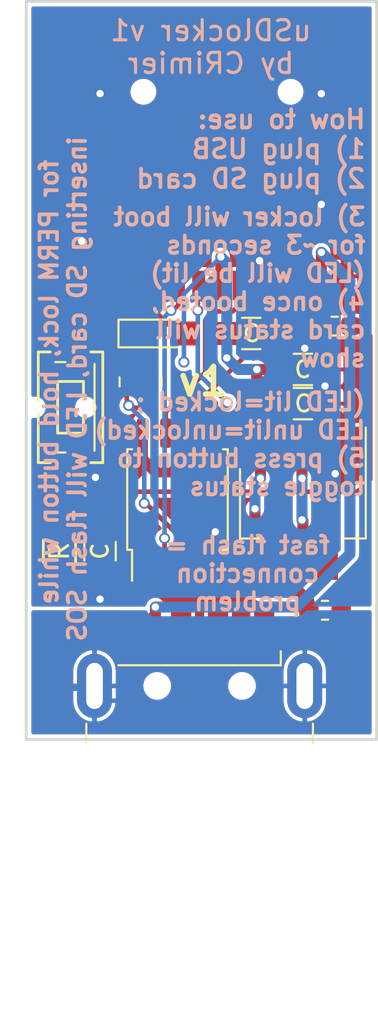
<source format=kicad_pcb>
(kicad_pcb (version 20171130) (host pcbnew 5.1.5+dfsg1-2build2)

  (general
    (thickness 1.6)
    (drawings 12)
    (tracks 250)
    (zones 0)
    (modules 16)
    (nets 20)
  )

  (page A4)
  (layers
    (0 F.Cu signal)
    (31 B.Cu signal)
    (32 B.Adhes user)
    (33 F.Adhes user)
    (34 B.Paste user)
    (35 F.Paste user)
    (36 B.SilkS user)
    (37 F.SilkS user)
    (38 B.Mask user)
    (39 F.Mask user)
    (40 Dwgs.User user)
    (41 Cmts.User user)
    (42 Eco1.User user)
    (43 Eco2.User user)
    (44 Edge.Cuts user)
    (45 Margin user)
    (46 B.CrtYd user)
    (47 F.CrtYd user)
    (48 B.Fab user hide)
    (49 F.Fab user hide)
  )

  (setup
    (last_trace_width 0.25)
    (user_trace_width 0.2)
    (user_trace_width 0.4)
    (user_trace_width 0.6)
    (user_trace_width 0.8)
    (user_trace_width 1)
    (trace_clearance 0.2)
    (zone_clearance 0.2)
    (zone_45_only yes)
    (trace_min 0.2)
    (via_size 0.6)
    (via_drill 0.4)
    (via_min_size 0.4)
    (via_min_drill 0.3)
    (uvia_size 0.3)
    (uvia_drill 0.1)
    (uvias_allowed no)
    (uvia_min_size 0.2)
    (uvia_min_drill 0.1)
    (edge_width 0.15)
    (segment_width 0.2)
    (pcb_text_width 0.3)
    (pcb_text_size 1.5 1.5)
    (mod_edge_width 0.15)
    (mod_text_size 1 1)
    (mod_text_width 0.15)
    (pad_size 1.2 1.6)
    (pad_drill 0)
    (pad_to_mask_clearance 0.2)
    (solder_mask_min_width 0.25)
    (aux_axis_origin 216 75)
    (visible_elements 7FFFFF7F)
    (pcbplotparams
      (layerselection 0x010f0_ffffffff)
      (usegerberextensions true)
      (usegerberattributes false)
      (usegerberadvancedattributes false)
      (creategerberjobfile false)
      (excludeedgelayer true)
      (linewidth 0.100000)
      (plotframeref false)
      (viasonmask false)
      (mode 1)
      (useauxorigin true)
      (hpglpennumber 1)
      (hpglpenspeed 20)
      (hpglpendiameter 15.000000)
      (psnegative false)
      (psa4output false)
      (plotreference false)
      (plotvalue false)
      (plotinvisibletext false)
      (padsonsilk false)
      (subtractmaskfromsilk true)
      (outputformat 1)
      (mirror false)
      (drillshape 0)
      (scaleselection 1)
      (outputdirectory "gerbers/"))
  )

  (net 0 "")
  (net 1 +5V)
  (net 2 GND)
  (net 3 +3V3)
  (net 4 "Net-(D1-Pad1)")
  (net 5 CS)
  (net 6 MOSI)
  (net 7 SCK)
  (net 8 MISO)
  (net 9 LEDSW)
  (net 10 "Net-(J1-Pad1)")
  (net 11 "Net-(J5-Pad8)")
  (net 12 RST)
  (net 13 GNDS)
  (net 14 GND_SWITCHABLE)
  (net 15 "Net-(J1-Pad3)")
  (net 16 "Net-(J1-Pad2)")
  (net 17 "Net-(RN1-Pad6)")
  (net 18 "Net-(RN1-Pad4)")
  (net 19 DAT2)

  (net_class Default "This is the default net class."
    (clearance 0.2)
    (trace_width 0.25)
    (via_dia 0.6)
    (via_drill 0.4)
    (uvia_dia 0.3)
    (uvia_drill 0.1)
    (add_net +3V3)
    (add_net +5V)
    (add_net CS)
    (add_net DAT2)
    (add_net GND)
    (add_net GNDS)
    (add_net GND_SWITCHABLE)
    (add_net LEDSW)
    (add_net MISO)
    (add_net MOSI)
    (add_net "Net-(D1-Pad1)")
    (add_net "Net-(J1-Pad1)")
    (add_net "Net-(J1-Pad2)")
    (add_net "Net-(J1-Pad3)")
    (add_net "Net-(J5-Pad8)")
    (add_net "Net-(RN1-Pad4)")
    (add_net "Net-(RN1-Pad6)")
    (add_net RST)
    (add_net SCK)
  )

  (module Connector_USB:USB_A_CNCTech_1001-011-01101_Horizontal (layer F.Cu) (tedit 5E754393) (tstamp 61666909)
    (at 206.4 119 270)
    (descr "USB type A Plug, Horizontal, http://cnctech.us/pdfs/1001-011-01101.pdf")
    (tags USB-A)
    (path /616837F5)
    (attr smd)
    (fp_text reference J1 (at -6.9 -8 270) (layer F.SilkS) hide
      (effects (font (size 1 1) (thickness 0.15)))
    )
    (fp_text value USB_A (at 0 8 90) (layer F.Fab)
      (effects (font (size 1 1) (thickness 0.15)))
    )
    (fp_line (start -7.25 -4) (end -7.25 -3.05) (layer F.Fab) (width 0.1))
    (fp_line (start -7.75 -3.5) (end -7.25 -4) (layer F.Fab) (width 0.1))
    (fp_line (start -7.75 -3.5) (end -7.25 -3) (layer F.Fab) (width 0.1))
    (fp_line (start -8.02 -4.4) (end -8.775 -4.4) (layer F.SilkS) (width 0.12))
    (fp_line (start -11.4 4.55) (end -9.15 4.55) (layer F.CrtYd) (width 0.05))
    (fp_line (start -9.15 4.55) (end -9.15 7.15) (layer F.CrtYd) (width 0.05))
    (fp_line (start -9.15 7.15) (end -4.65 7.15) (layer F.CrtYd) (width 0.05))
    (fp_line (start -4.65 7.15) (end -4.65 6.52) (layer F.CrtYd) (width 0.05))
    (fp_line (start -4.65 6.52) (end 11.4 6.52) (layer F.CrtYd) (width 0.05))
    (fp_text user %R (at -6 0) (layer F.Fab)
      (effects (font (size 1 1) (thickness 0.15)))
    )
    (fp_line (start 11.4 6.52) (end 11.4 -6.52) (layer F.CrtYd) (width 0.05))
    (fp_line (start -4.65 -6.52) (end 11.4 -6.52) (layer F.CrtYd) (width 0.05))
    (fp_line (start -4.65 -6.52) (end -4.65 -7.15) (layer F.CrtYd) (width 0.05))
    (fp_line (start -9.15 -7.15) (end -4.65 -7.15) (layer F.CrtYd) (width 0.05))
    (fp_line (start -9.15 -7.15) (end -9.15 -4.55) (layer F.CrtYd) (width 0.05))
    (fp_line (start -11.4 -4.55) (end -9.15 -4.55) (layer F.CrtYd) (width 0.05))
    (fp_line (start -11.4 4.55) (end -11.4 -4.55) (layer F.CrtYd) (width 0.05))
    (fp_line (start -4.85 6.145) (end -3.8 6.145) (layer F.SilkS) (width 0.12))
    (fp_line (start -4.85 -6.145) (end -3.8 -6.145) (layer F.SilkS) (width 0.12))
    (fp_text user "PCB Edge" (at -4.55 -0.05) (layer Dwgs.User)
      (effects (font (size 0.6 0.6) (thickness 0.09)))
    )
    (fp_line (start -3.8 6.025) (end -3.8 -6.025) (layer Dwgs.User) (width 0.1))
    (fp_line (start -8.02 -4.4) (end -8.02 4.4) (layer F.SilkS) (width 0.12))
    (fp_circle (center -6.9 2.3) (end -6.9 2.8) (layer F.Fab) (width 0.1))
    (fp_circle (center -6.9 -2.3) (end -6.9 -2.8) (layer F.Fab) (width 0.1))
    (fp_line (start -10.4 -3.25) (end -7.9 -3.25) (layer F.Fab) (width 0.1))
    (fp_line (start -10.4 -3.25) (end -10.4 -3.75) (layer F.Fab) (width 0.1))
    (fp_line (start -10.4 -3.75) (end -7.9 -3.75) (layer F.Fab) (width 0.1))
    (fp_line (start -10.4 -1.25) (end -7.9 -1.25) (layer F.Fab) (width 0.1))
    (fp_line (start -10.4 -0.75) (end -7.9 -0.75) (layer F.Fab) (width 0.1))
    (fp_line (start -10.4 -0.75) (end -10.4 -1.25) (layer F.Fab) (width 0.1))
    (fp_line (start -10.4 1.25) (end -7.9 1.25) (layer F.Fab) (width 0.1))
    (fp_line (start -10.4 1.25) (end -10.4 0.75) (layer F.Fab) (width 0.1))
    (fp_line (start -10.4 0.75) (end -7.9 0.75) (layer F.Fab) (width 0.1))
    (fp_line (start -10.4 3.75) (end -7.9 3.75) (layer F.Fab) (width 0.1))
    (fp_line (start -10.4 3.25) (end -7.9 3.25) (layer F.Fab) (width 0.1))
    (fp_line (start -10.4 3.75) (end -10.4 3.25) (layer F.Fab) (width 0.1))
    (fp_line (start 10.9 6.025) (end 10.9 -6.025) (layer F.Fab) (width 0.1))
    (fp_line (start -7.9 6.025) (end 10.9 6.025) (layer F.Fab) (width 0.1))
    (fp_line (start -7.9 -6.025) (end 10.9 -6.025) (layer F.Fab) (width 0.1))
    (fp_line (start -7.9 6.025) (end -7.9 -6.025) (layer F.Fab) (width 0.1))
    (pad "" np_thru_hole circle (at -6.9 2.3 270) (size 1.1 1.1) (drill 1.1) (layers *.Cu *.Mask))
    (pad "" np_thru_hole circle (at -6.9 -2.3 270) (size 1.1 1.1) (drill 1.1) (layers *.Cu *.Mask))
    (pad 5 thru_hole oval (at -6.9 5.7 270) (size 3.5 1.9) (drill oval 2.5 0.9) (layers *.Cu *.Mask)
      (net 13 GNDS))
    (pad 5 thru_hole oval (at -6.9 -5.7 270) (size 3.5 1.9) (drill oval 2.5 0.9) (layers *.Cu *.Mask)
      (net 13 GNDS))
    (pad 4 smd rect (at -9.65 3.5 270) (size 2.5 1.1) (layers F.Cu F.Paste F.Mask)
      (net 14 GND_SWITCHABLE))
    (pad 1 smd rect (at -9.65 -3.5 270) (size 2.5 1.1) (layers F.Cu F.Paste F.Mask)
      (net 10 "Net-(J1-Pad1)"))
    (pad 3 smd rect (at -9.65 1 270) (size 2.5 1.1) (layers F.Cu F.Paste F.Mask)
      (net 15 "Net-(J1-Pad3)"))
    (pad 2 smd rect (at -9.65 -1 270) (size 2.5 1.1) (layers F.Cu F.Paste F.Mask)
      (net 16 "Net-(J1-Pad2)"))
    (model ${KISYS3DMOD}/Connector_USB.3dshapes/USB_A_CNCTech_1001-011-01101_Horizontal.wrl
      (at (xyz 0 0 0))
      (scale (xyz 1 1 1))
      (rotate (xyz 0 0 0))
    )
  )

  (module Package_SO:SOIC-8_5.23x5.23mm_P1.27mm (layer F.Cu) (tedit 5D9F72B1) (tstamp 5BCD1BF4)
    (at 205.2 102 90)
    (descr "SOIC, 8 Pin (http://www.winbond.com/resource-files/w25q32jv%20revg%2003272018%20plus.pdf#page=68), generated with kicad-footprint-generator ipc_gullwing_generator.py")
    (tags "SOIC SO")
    (path /5BA87E84)
    (attr smd)
    (fp_text reference U2 (at 0 -3.68 90) (layer F.SilkS) hide
      (effects (font (size 1 1) (thickness 0.15)))
    )
    (fp_text value ATTINY85-20SU (at 0 3.68 90) (layer F.Fab)
      (effects (font (size 1 1) (thickness 0.15)))
    )
    (fp_text user %R (at 0 0 90) (layer F.Fab)
      (effects (font (size 1 1) (thickness 0.15)))
    )
    (fp_line (start 4.65 -2.86) (end -4.65 -2.86) (layer F.CrtYd) (width 0.05))
    (fp_line (start 4.65 2.86) (end 4.65 -2.86) (layer F.CrtYd) (width 0.05))
    (fp_line (start -4.65 2.86) (end 4.65 2.86) (layer F.CrtYd) (width 0.05))
    (fp_line (start -4.65 -2.86) (end -4.65 2.86) (layer F.CrtYd) (width 0.05))
    (fp_line (start -2.615 -1.615) (end -1.615 -2.615) (layer F.Fab) (width 0.1))
    (fp_line (start -2.615 2.615) (end -2.615 -1.615) (layer F.Fab) (width 0.1))
    (fp_line (start 2.615 2.615) (end -2.615 2.615) (layer F.Fab) (width 0.1))
    (fp_line (start 2.615 -2.615) (end 2.615 2.615) (layer F.Fab) (width 0.1))
    (fp_line (start -1.615 -2.615) (end 2.615 -2.615) (layer F.Fab) (width 0.1))
    (fp_line (start -2.725 -2.465) (end -4.4 -2.465) (layer F.SilkS) (width 0.12))
    (fp_line (start -2.725 -2.725) (end -2.725 -2.465) (layer F.SilkS) (width 0.12))
    (fp_line (start 0 -2.725) (end -2.725 -2.725) (layer F.SilkS) (width 0.12))
    (fp_line (start 2.725 -2.725) (end 2.725 -2.465) (layer F.SilkS) (width 0.12))
    (fp_line (start 0 -2.725) (end 2.725 -2.725) (layer F.SilkS) (width 0.12))
    (fp_line (start -2.725 2.725) (end -2.725 2.465) (layer F.SilkS) (width 0.12))
    (fp_line (start 0 2.725) (end -2.725 2.725) (layer F.SilkS) (width 0.12))
    (fp_line (start 2.725 2.725) (end 2.725 2.465) (layer F.SilkS) (width 0.12))
    (fp_line (start 0 2.725) (end 2.725 2.725) (layer F.SilkS) (width 0.12))
    (pad 8 smd roundrect (at 3.6 -1.905 90) (size 1.6 0.6) (layers F.Cu F.Paste F.Mask) (roundrect_rratio 0.25)
      (net 3 +3V3))
    (pad 7 smd roundrect (at 3.6 -0.635 90) (size 1.6 0.6) (layers F.Cu F.Paste F.Mask) (roundrect_rratio 0.25)
      (net 7 SCK))
    (pad 6 smd roundrect (at 3.6 0.635 90) (size 1.6 0.6) (layers F.Cu F.Paste F.Mask) (roundrect_rratio 0.25)
      (net 8 MISO))
    (pad 5 smd roundrect (at 3.6 1.905 90) (size 1.6 0.6) (layers F.Cu F.Paste F.Mask) (roundrect_rratio 0.25)
      (net 6 MOSI))
    (pad 4 smd roundrect (at -3.6 1.905 90) (size 1.6 0.6) (layers F.Cu F.Paste F.Mask) (roundrect_rratio 0.25)
      (net 2 GND))
    (pad 3 smd roundrect (at -3.6 0.635 90) (size 1.6 0.6) (layers F.Cu F.Paste F.Mask) (roundrect_rratio 0.25)
      (net 9 LEDSW))
    (pad 2 smd roundrect (at -3.6 -0.635 90) (size 1.6 0.6) (layers F.Cu F.Paste F.Mask) (roundrect_rratio 0.25)
      (net 5 CS))
    (pad 1 smd roundrect (at -3.6 -1.905 90) (size 1.6 0.6) (layers F.Cu F.Paste F.Mask) (roundrect_rratio 0.25)
      (net 12 RST))
    (model ${KISYS3DMOD}/Package_SO.3dshapes/SOIC-8_5.23x5.23mm_P1.27mm.wrl
      (at (xyz 0 0 0))
      (scale (xyz 1 1 1))
      (rotate (xyz 0 0 0))
    )
  )

  (module Button_Switch_SMD:Panasonic_EVQPUL_EVQPUC (layer F.Cu) (tedit 5A02FC95) (tstamp 617D9415)
    (at 198.85 97 90)
    (descr http://industrial.panasonic.com/cdbs/www-data/pdf/ATV0000/ATV0000CE5.pdf)
    (tags "SMD SMT SPST EVQPUL EVQPUC")
    (path /617E12F3)
    (attr smd)
    (fp_text reference SW2 (at 0 -4.5 90) (layer F.SilkS) hide
      (effects (font (size 1 1) (thickness 0.15)))
    )
    (fp_text value SW_SIDE (at 0 3.5 90) (layer F.Fab)
      (effects (font (size 1 1) (thickness 0.15)))
    )
    (fp_line (start 3.9 -3.25) (end -3.9 -3.25) (layer F.CrtYd) (width 0.05))
    (fp_line (start 3.9 2.25) (end -3.9 2.25) (layer F.CrtYd) (width 0.05))
    (fp_line (start -3.9 2.25) (end -3.9 -3.25) (layer F.CrtYd) (width 0.05))
    (fp_line (start -1.425 -1.85) (end -2.35 -1.85) (layer F.SilkS) (width 0.12))
    (fp_line (start 2.45 0.275) (end 2.45 -0.275) (layer F.SilkS) (width 0.12))
    (fp_line (start 2.35 1.75) (end -2.35 1.75) (layer F.Fab) (width 0.1))
    (fp_line (start 2.35 -1.75) (end -2.35 -1.75) (layer F.Fab) (width 0.1))
    (fp_line (start -2.35 1.75) (end -2.35 -1.75) (layer F.Fab) (width 0.1))
    (fp_line (start 2.35 1.75) (end 2.35 -1.75) (layer F.Fab) (width 0.1))
    (fp_line (start 1.3 -2.75) (end -1.3 -2.75) (layer F.Fab) (width 0.1))
    (fp_line (start 1.3 -2.75) (end 1.3 -1.75) (layer F.Fab) (width 0.1))
    (fp_line (start -1.3 -2.75) (end -1.3 -1.75) (layer F.Fab) (width 0.1))
    (fp_line (start -2.45 0.275) (end -2.45 -0.275) (layer F.SilkS) (width 0.12))
    (fp_line (start 2.35 1.85) (end -2.35 1.85) (layer F.SilkS) (width 0.12))
    (fp_line (start 2.35 -1.85) (end 1.425 -1.85) (layer F.SilkS) (width 0.12))
    (fp_line (start 3.9 2.25) (end 3.9 -3.25) (layer F.CrtYd) (width 0.05))
    (fp_text user %R (at 0 0 90) (layer F.Fab)
      (effects (font (size 1 1) (thickness 0.15)))
    )
    (pad "" np_thru_hole circle (at 0 -1.375 270) (size 0.75 0.75) (drill 0.75) (layers *.Cu *.Mask))
    (pad "" np_thru_hole circle (at 0 1.375 270) (size 0.75 0.75) (drill 0.75) (layers *.Cu *.Mask))
    (pad 1 smd rect (at 2.625 -0.85 270) (size 1.55 1) (layers F.Cu F.Paste F.Mask)
      (net 18 "Net-(RN1-Pad4)"))
    (pad 1 smd rect (at -2.625 -0.85 270) (size 1.55 1) (layers F.Cu F.Paste F.Mask)
      (net 18 "Net-(RN1-Pad4)"))
    (pad 2 smd rect (at -2.625 0.85 270) (size 1.55 1) (layers F.Cu F.Paste F.Mask)
      (net 2 GND))
    (pad 2 smd rect (at 2.625 0.85 270) (size 1.55 1) (layers F.Cu F.Paste F.Mask)
      (net 2 GND))
    (model ${KISYS3DMOD}/Button_Switch_SMD.3dshapes/Panasonic_EVQPUL_EVQPUC.wrl
      (at (xyz 0 0 0))
      (scale (xyz 1 1 1))
      (rotate (xyz 0 0 0))
    )
  )

  (module Resistor_SMD:R_Array_Concave_4x0402 (layer F.Cu) (tedit 58E0A888) (tstamp 6166DC2C)
    (at 203.2 95.625 270)
    (descr "Thick Film Chip Resistor Array, Wave soldering, Vishay CRA04P (see cra04p.pdf)")
    (tags "resistor array")
    (path /6167EC8A)
    (attr smd)
    (fp_text reference RN1 (at 0 -2.1 90) (layer F.SilkS) hide
      (effects (font (size 1 1) (thickness 0.15)))
    )
    (fp_text value 1K (at 0 2.1 90) (layer F.Fab)
      (effects (font (size 1 1) (thickness 0.15)))
    )
    (fp_line (start 1 1.25) (end -1 1.25) (layer F.CrtYd) (width 0.05))
    (fp_line (start 1 1.25) (end 1 -1.25) (layer F.CrtYd) (width 0.05))
    (fp_line (start -1 -1.25) (end -1 1.25) (layer F.CrtYd) (width 0.05))
    (fp_line (start -1 -1.25) (end 1 -1.25) (layer F.CrtYd) (width 0.05))
    (fp_line (start 0.25 1.14) (end -0.25 1.14) (layer F.SilkS) (width 0.12))
    (fp_line (start 0.25 -1.14) (end -0.25 -1.14) (layer F.SilkS) (width 0.12))
    (fp_line (start -0.5 1) (end -0.5 -1) (layer F.Fab) (width 0.1))
    (fp_line (start 0.5 1) (end -0.5 1) (layer F.Fab) (width 0.1))
    (fp_line (start 0.5 -1) (end 0.5 1) (layer F.Fab) (width 0.1))
    (fp_line (start -0.5 -1) (end 0.5 -1) (layer F.Fab) (width 0.1))
    (fp_text user %R (at 0 0) (layer F.Fab)
      (effects (font (size 0.5 0.5) (thickness 0.075)))
    )
    (pad 5 smd rect (at 0.5 0.75 270) (size 0.5 0.32) (layers F.Cu F.Paste F.Mask)
      (net 9 LEDSW))
    (pad 6 smd rect (at 0.5 0.25 270) (size 0.5 0.32) (layers F.Cu F.Paste F.Mask)
      (net 17 "Net-(RN1-Pad6)"))
    (pad 8 smd rect (at 0.5 -0.75 270) (size 0.5 0.32) (layers F.Cu F.Paste F.Mask)
      (net 9 LEDSW))
    (pad 7 smd rect (at 0.5 -0.25 270) (size 0.5 0.32) (layers F.Cu F.Paste F.Mask)
      (net 17 "Net-(RN1-Pad6)"))
    (pad 4 smd rect (at -0.5 0.75 270) (size 0.5 0.32) (layers F.Cu F.Paste F.Mask)
      (net 18 "Net-(RN1-Pad4)"))
    (pad 2 smd rect (at -0.5 -0.25 270) (size 0.5 0.32) (layers F.Cu F.Paste F.Mask)
      (net 3 +3V3))
    (pad 3 smd rect (at -0.5 0.25 270) (size 0.5 0.32) (layers F.Cu F.Paste F.Mask)
      (net 19 DAT2))
    (pad 1 smd rect (at -0.5 -0.75 270) (size 0.5 0.32) (layers F.Cu F.Paste F.Mask)
      (net 4 "Net-(D1-Pad1)"))
    (model ${KISYS3DMOD}/Resistor_SMD.3dshapes/R_Array_Concave_4x0402.wrl
      (at (xyz 0 0 0))
      (scale (xyz 1 1 1))
      (rotate (xyz 0 0 0))
    )
  )

  (module Resistor_SMD:R_0603_1608Metric_Pad1.05x0.95mm_HandSolder (layer F.Cu) (tedit 5E1E81D3) (tstamp 5E2C86A7)
    (at 213.2 108)
    (descr "Resistor SMD 0603 (1608 Metric), square (rectangular) end terminal, IPC_7351 nominal with elongated pad for handsoldering. (Body size source: http://www.tortai-tech.com/upload/download/2011102023233369053.pdf), generated with kicad-footprint-generator")
    (tags "resistor handsolder")
    (path /5DBE97F2)
    (attr smd)
    (fp_text reference R5 (at 0 -1.43 180) (layer F.SilkS) hide
      (effects (font (size 1 1) (thickness 0.15)))
    )
    (fp_text value 0 (at 0 1.43 180) (layer F.Fab)
      (effects (font (size 1 1) (thickness 0.15)))
    )
    (fp_line (start -0.8 0.4) (end -0.8 -0.4) (layer F.Fab) (width 0.1))
    (fp_line (start -0.8 -0.4) (end 0.8 -0.4) (layer F.Fab) (width 0.1))
    (fp_line (start 0.8 -0.4) (end 0.8 0.4) (layer F.Fab) (width 0.1))
    (fp_line (start 0.8 0.4) (end -0.8 0.4) (layer F.Fab) (width 0.1))
    (fp_line (start -0.171267 -0.51) (end 0.171267 -0.51) (layer F.SilkS) (width 0.12))
    (fp_line (start -0.171267 0.51) (end 0.171267 0.51) (layer F.SilkS) (width 0.12))
    (fp_line (start -1.65 0.73) (end -1.65 -0.73) (layer F.CrtYd) (width 0.05))
    (fp_line (start -1.65 -0.73) (end 1.65 -0.73) (layer F.CrtYd) (width 0.05))
    (fp_line (start 1.65 -0.73) (end 1.65 0.73) (layer F.CrtYd) (width 0.05))
    (fp_line (start 1.65 0.73) (end -1.65 0.73) (layer F.CrtYd) (width 0.05))
    (fp_text user %R (at 0 0 180) (layer F.Fab)
      (effects (font (size 0.4 0.4) (thickness 0.06)))
    )
    (pad 1 smd roundrect (at -0.875 0) (size 1.05 0.95) (layers F.Cu F.Paste F.Mask) (roundrect_rratio 0.25)
      (net 1 +5V))
    (pad 2 smd roundrect (at 0.875 0) (size 1.05 0.95) (layers F.Cu F.Paste F.Mask) (roundrect_rratio 0.25)
      (net 10 "Net-(J1-Pad1)"))
    (model ${KISYS3DMOD}/Resistor_SMD.3dshapes/R_0603_1608Metric.wrl
      (at (xyz 0 0 0))
      (scale (xyz 1 1 1))
      (rotate (xyz 0 0 0))
    )
  )

  (module Resistor_SMD:R_0603_1608Metric_Pad1.05x0.95mm_HandSolder (layer F.Cu) (tedit 5E1E805C) (tstamp 5E2C87B8)
    (at 213.725 92.6)
    (descr "Resistor SMD 0603 (1608 Metric), square (rectangular) end terminal, IPC_7351 nominal with elongated pad for handsoldering. (Body size source: http://www.tortai-tech.com/upload/download/2011102023233369053.pdf), generated with kicad-footprint-generator")
    (tags "resistor handsolder")
    (path /5E1E87AC)
    (attr smd)
    (fp_text reference R6 (at 0 -1.43 180) (layer F.SilkS) hide
      (effects (font (size 1 1) (thickness 0.15)))
    )
    (fp_text value 0 (at 0 1.43 180) (layer F.Fab)
      (effects (font (size 1 1) (thickness 0.15)))
    )
    (fp_text user %R (at 0 0 180) (layer F.Fab)
      (effects (font (size 0.4 0.4) (thickness 0.06)))
    )
    (fp_line (start 1.65 0.73) (end -1.65 0.73) (layer F.CrtYd) (width 0.05))
    (fp_line (start 1.65 -0.73) (end 1.65 0.73) (layer F.CrtYd) (width 0.05))
    (fp_line (start -1.65 -0.73) (end 1.65 -0.73) (layer F.CrtYd) (width 0.05))
    (fp_line (start -1.65 0.73) (end -1.65 -0.73) (layer F.CrtYd) (width 0.05))
    (fp_line (start -0.171267 0.51) (end 0.171267 0.51) (layer F.SilkS) (width 0.12))
    (fp_line (start -0.171267 -0.51) (end 0.171267 -0.51) (layer F.SilkS) (width 0.12))
    (fp_line (start 0.8 0.4) (end -0.8 0.4) (layer F.Fab) (width 0.1))
    (fp_line (start 0.8 -0.4) (end 0.8 0.4) (layer F.Fab) (width 0.1))
    (fp_line (start -0.8 -0.4) (end 0.8 -0.4) (layer F.Fab) (width 0.1))
    (fp_line (start -0.8 0.4) (end -0.8 -0.4) (layer F.Fab) (width 0.1))
    (pad 2 smd roundrect (at 0.875 0) (size 1.05 0.95) (layers F.Cu F.Paste F.Mask) (roundrect_rratio 0.25)
      (net 12 RST))
    (pad 1 smd roundrect (at -0.875 0) (size 1.05 0.95) (layers F.Cu F.Paste F.Mask) (roundrect_rratio 0.25)
      (net 11 "Net-(J5-Pad8)"))
    (model ${KISYS3DMOD}/Resistor_SMD.3dshapes/R_0603_1608Metric.wrl
      (at (xyz 0 0 0))
      (scale (xyz 1 1 1))
      (rotate (xyz 0 0 0))
    )
  )

  (module sd_locker:microSD-Receptacle-SelfEject (layer F.Cu) (tedit 5DCD514D) (tstamp 5DCDA71F)
    (at 206.4 90.4 180)
    (descr TFP09-2-12B)
    (tags "SD TF TransFlash Card")
    (path /5DCD5886)
    (fp_text reference J5 (at 0.05 -5) (layer F.SilkS) hide
      (effects (font (size 1 1) (thickness 0.15)))
    )
    (fp_text value Micro_SD_Card_Det (at 0.05 17.5) (layer F.Fab)
      (effects (font (size 1 1) (thickness 0.15)))
    )
    (fp_line (start 7.35 14.5) (end 7.35 0) (layer Cmts.User) (width 0.05))
    (fp_line (start -7.35 14.5) (end 7.35 14.5) (layer Cmts.User) (width 0.05))
    (fp_line (start -7.35 0) (end -7.35 14.5) (layer Cmts.User) (width 0.05))
    (fp_line (start 7.35 0) (end -7.35 0) (layer Cmts.User) (width 0.05))
    (fp_line (start -8.85 15) (end 9.2 15) (layer F.CrtYd) (width 0.05))
    (fp_line (start -8.85 -1.3) (end -8.85 15) (layer F.CrtYd) (width 0.05))
    (fp_line (start 9.2 -1.3) (end -8.85 -1.3) (layer F.CrtYd) (width 0.05))
    (fp_line (start 9.2 15) (end 9.2 -1.3) (layer F.CrtYd) (width 0.05))
    (pad "" np_thru_hole circle (at -4.93 10.5) (size 1 1) (drill 1) (layers *.Cu *.Mask F.SilkS))
    (pad "" np_thru_hole circle (at 3.05 10.5) (size 1 1) (drill 1) (layers *.Cu *.Mask F.SilkS))
    (pad 11 smd rect (at 8.1 10.85) (size 1.2 2.2) (layers F.Cu F.Paste F.Mask)
      (net 2 GND))
    (pad 11 smd rect (at 6.85 0.5) (size 1.6 1.4) (layers F.Cu F.Paste F.Mask)
      (net 2 GND))
    (pad 11 smd rect (at -7.75 0.5) (size 1.2 1.4) (layers F.Cu F.Paste F.Mask)
      (net 2 GND))
    (pad 10 smd rect (at -6.55 0) (size 0.7 1.6) (layers F.Cu F.Paste F.Mask)
      (net 14 GND_SWITCHABLE))
    (pad 8 smd rect (at -5.45 0) (size 0.7 1.6) (layers F.Cu F.Paste F.Mask)
      (net 11 "Net-(J5-Pad8)"))
    (pad 7 smd rect (at -4.35 0) (size 0.7 1.6) (layers F.Cu F.Paste F.Mask)
      (net 8 MISO))
    (pad 6 smd rect (at -3.25 0) (size 0.7 1.6) (layers F.Cu F.Paste F.Mask)
      (net 2 GND))
    (pad 5 smd rect (at -2.15 0) (size 0.7 1.6) (layers F.Cu F.Paste F.Mask)
      (net 7 SCK))
    (pad 4 smd rect (at -1.05 0) (size 0.7 1.6) (layers F.Cu F.Paste F.Mask)
      (net 3 +3V3))
    (pad 3 smd rect (at 0.05 0) (size 0.7 1.6) (layers F.Cu F.Paste F.Mask)
      (net 6 MOSI))
    (pad 2 smd rect (at 1.15 0) (size 0.7 1.6) (layers F.Cu F.Paste F.Mask)
      (net 5 CS))
    (pad 1 smd rect (at 2.25 0) (size 0.7 1.6) (layers F.Cu F.Paste F.Mask)
      (net 19 DAT2))
    (pad 11 smd rect (at -7.75 10.5) (size 1.2 2.2) (layers F.Cu F.Paste F.Mask)
      (net 2 GND))
  )

  (module Fiducial:Fiducial_1.5mm_Mask3mm (layer F.Cu) (tedit 5C18CB26) (tstamp 5DCCFF99)
    (at 206.55 85)
    (descr "Circular Fiducial, 1.5mm bare copper, 3mm soldermask opening")
    (tags fiducial)
    (path /5DCCB5E6)
    (attr smd)
    (fp_text reference FID1 (at 0 -2.4765) (layer F.SilkS) hide
      (effects (font (size 1 1) (thickness 0.15)))
    )
    (fp_text value Fiducial (at 0 2.6035) (layer F.Fab)
      (effects (font (size 1 1) (thickness 0.15)))
    )
    (fp_circle (center 0 0) (end 1.75 0) (layer F.CrtYd) (width 0.05))
    (fp_text user %R (at 0 0) (layer F.Fab)
      (effects (font (size 0.4 0.4) (thickness 0.06)))
    )
    (fp_circle (center 0 0) (end 1.5 0) (layer F.Fab) (width 0.1))
    (pad "" smd circle (at 0 0) (size 1.5 1.5) (layers F.Cu F.Mask)
      (solder_mask_margin 0.75) (clearance 0.75))
  )

  (module sd_locker:C_0805_100nF_HandSoldering (layer F.Cu) (tedit 5BCD17F1) (tstamp 5BCD17AC)
    (at 212 96.8)
    (descr "Capacitor SMD 0805, hand soldering")
    (tags "capacitor 0805")
    (path /5BA888F0)
    (attr smd)
    (fp_text reference C1 (at 0 -1.75) (layer F.SilkS) hide
      (effects (font (size 1 1) (thickness 0.15)))
    )
    (fp_text value 100nF (at 0 1.75) (layer F.Fab)
      (effects (font (size 1 1) (thickness 0.15)))
    )
    (fp_text user C (at 0 0) (layer F.SilkS)
      (effects (font (size 0.9 0.9) (thickness 0.15)))
    )
    (fp_text user %R (at 0 -1.75) (layer F.Fab) hide
      (effects (font (size 1 1) (thickness 0.15)))
    )
    (fp_line (start -1 0.62) (end -1 -0.62) (layer F.Fab) (width 0.1))
    (fp_line (start 1 0.62) (end -1 0.62) (layer F.Fab) (width 0.1))
    (fp_line (start 1 -0.62) (end 1 0.62) (layer F.Fab) (width 0.1))
    (fp_line (start -1 -0.62) (end 1 -0.62) (layer F.Fab) (width 0.1))
    (fp_line (start 0.5 -0.85) (end -0.5 -0.85) (layer F.SilkS) (width 0.12))
    (fp_line (start -0.5 0.85) (end 0.5 0.85) (layer F.SilkS) (width 0.12))
    (fp_line (start -2.25 -0.88) (end 2.25 -0.88) (layer F.CrtYd) (width 0.05))
    (fp_line (start -2.25 -0.88) (end -2.25 0.87) (layer F.CrtYd) (width 0.05))
    (fp_line (start 2.25 0.87) (end 2.25 -0.88) (layer F.CrtYd) (width 0.05))
    (fp_line (start 2.25 0.87) (end -2.25 0.87) (layer F.CrtYd) (width 0.05))
    (pad 1 smd rect (at -1.25 0) (size 1.5 1.25) (layers F.Cu F.Paste F.Mask)
      (net 1 +5V))
    (pad 2 smd rect (at 1.25 0) (size 1.5 1.25) (layers F.Cu F.Paste F.Mask)
      (net 2 GND))
    (model ${KISYS3DMOD}/Capacitor_SMD.3dshapes/C_0805_2012Metric.step
      (at (xyz 0 0 0))
      (scale (xyz 1 1 1))
      (rotate (xyz 0 0 0))
    )
  )

  (module sd_locker:C_0805_100nF_HandSoldering (layer F.Cu) (tedit 5BCD17F3) (tstamp 5BCD17B2)
    (at 209.2 93)
    (descr "Capacitor SMD 0805, hand soldering")
    (tags "capacitor 0805")
    (path /5BA88833)
    (attr smd)
    (fp_text reference C2 (at 0 -1.75 180) (layer F.SilkS) hide
      (effects (font (size 1 1) (thickness 0.15)))
    )
    (fp_text value 100nF (at 0 1.75 180) (layer F.Fab)
      (effects (font (size 1 1) (thickness 0.15)))
    )
    (fp_text user C (at 0 0 180) (layer F.SilkS)
      (effects (font (size 0.9 0.9) (thickness 0.15)))
    )
    (fp_text user %R (at 0 -1.75 180) (layer F.Fab) hide
      (effects (font (size 1 1) (thickness 0.15)))
    )
    (fp_line (start -1 0.62) (end -1 -0.62) (layer F.Fab) (width 0.1))
    (fp_line (start 1 0.62) (end -1 0.62) (layer F.Fab) (width 0.1))
    (fp_line (start 1 -0.62) (end 1 0.62) (layer F.Fab) (width 0.1))
    (fp_line (start -1 -0.62) (end 1 -0.62) (layer F.Fab) (width 0.1))
    (fp_line (start 0.5 -0.85) (end -0.5 -0.85) (layer F.SilkS) (width 0.12))
    (fp_line (start -0.5 0.85) (end 0.5 0.85) (layer F.SilkS) (width 0.12))
    (fp_line (start -2.25 -0.88) (end 2.25 -0.88) (layer F.CrtYd) (width 0.05))
    (fp_line (start -2.25 -0.88) (end -2.25 0.87) (layer F.CrtYd) (width 0.05))
    (fp_line (start 2.25 0.87) (end 2.25 -0.88) (layer F.CrtYd) (width 0.05))
    (fp_line (start 2.25 0.87) (end -2.25 0.87) (layer F.CrtYd) (width 0.05))
    (pad 1 smd rect (at -1.25 0) (size 1.5 1.25) (layers F.Cu F.Paste F.Mask)
      (net 3 +3V3))
    (pad 2 smd rect (at 1.25 0) (size 1.5 1.25) (layers F.Cu F.Paste F.Mask)
      (net 2 GND))
    (model ${KISYS3DMOD}/Capacitor_SMD.3dshapes/C_0805_2012Metric.step
      (at (xyz 0 0 0))
      (scale (xyz 1 1 1))
      (rotate (xyz 0 0 0))
    )
  )

  (module sd_locker:C_0805_100nF_HandSoldering (layer F.Cu) (tedit 5BCD17F9) (tstamp 5BCD17B8)
    (at 201 104.8 270)
    (descr "Capacitor SMD 0805, hand soldering")
    (tags "capacitor 0805")
    (path /5BA885F6)
    (attr smd)
    (fp_text reference C3 (at 0 -1.75 90) (layer F.SilkS) hide
      (effects (font (size 1 1) (thickness 0.15)))
    )
    (fp_text value 100nF (at 0 1.75 90) (layer F.Fab)
      (effects (font (size 1 1) (thickness 0.15)))
    )
    (fp_text user C (at 0 0 90) (layer F.SilkS)
      (effects (font (size 0.9 0.9) (thickness 0.15)))
    )
    (fp_text user %R (at 0 -1.75 90) (layer F.Fab)
      (effects (font (size 1 1) (thickness 0.15)))
    )
    (fp_line (start -1 0.62) (end -1 -0.62) (layer F.Fab) (width 0.1))
    (fp_line (start 1 0.62) (end -1 0.62) (layer F.Fab) (width 0.1))
    (fp_line (start 1 -0.62) (end 1 0.62) (layer F.Fab) (width 0.1))
    (fp_line (start -1 -0.62) (end 1 -0.62) (layer F.Fab) (width 0.1))
    (fp_line (start 0.5 -0.85) (end -0.5 -0.85) (layer F.SilkS) (width 0.12))
    (fp_line (start -0.5 0.85) (end 0.5 0.85) (layer F.SilkS) (width 0.12))
    (fp_line (start -2.25 -0.88) (end 2.25 -0.88) (layer F.CrtYd) (width 0.05))
    (fp_line (start -2.25 -0.88) (end -2.25 0.87) (layer F.CrtYd) (width 0.05))
    (fp_line (start 2.25 0.87) (end 2.25 -0.88) (layer F.CrtYd) (width 0.05))
    (fp_line (start 2.25 0.87) (end -2.25 0.87) (layer F.CrtYd) (width 0.05))
    (pad 1 smd rect (at -1.25 0 270) (size 1.5 1.25) (layers F.Cu F.Paste F.Mask)
      (net 3 +3V3))
    (pad 2 smd rect (at 1.25 0 270) (size 1.5 1.25) (layers F.Cu F.Paste F.Mask)
      (net 2 GND))
    (model ${KISYS3DMOD}/Capacitor_SMD.3dshapes/C_0805_2012Metric.step
      (at (xyz 0 0 0))
      (scale (xyz 1 1 1))
      (rotate (xyz 0 0 0))
    )
  )

  (module LEDs:LED_0805_HandSoldering (layer F.Cu) (tedit 5BCD17FC) (tstamp 5BCD17BE)
    (at 204.2 93)
    (descr "Resistor SMD 0805, hand soldering")
    (tags "resistor 0805")
    (path /5BA87FE0)
    (attr smd)
    (fp_text reference D1 (at 0 -1.7 180) (layer F.SilkS) hide
      (effects (font (size 1 1) (thickness 0.15)))
    )
    (fp_text value LED (at 0 1.75 180) (layer F.Fab)
      (effects (font (size 1 1) (thickness 0.15)))
    )
    (fp_line (start -0.4 -0.4) (end -0.4 0.4) (layer F.Fab) (width 0.1))
    (fp_line (start -0.4 0) (end 0.2 -0.4) (layer F.Fab) (width 0.1))
    (fp_line (start 0.2 0.4) (end -0.4 0) (layer F.Fab) (width 0.1))
    (fp_line (start 0.2 -0.4) (end 0.2 0.4) (layer F.Fab) (width 0.1))
    (fp_line (start -1 0.62) (end -1 -0.62) (layer F.Fab) (width 0.1))
    (fp_line (start 1 0.62) (end -1 0.62) (layer F.Fab) (width 0.1))
    (fp_line (start 1 -0.62) (end 1 0.62) (layer F.Fab) (width 0.1))
    (fp_line (start -1 -0.62) (end 1 -0.62) (layer F.Fab) (width 0.1))
    (fp_line (start 1 0.75) (end -2.2 0.75) (layer F.SilkS) (width 0.12))
    (fp_line (start -2.2 -0.75) (end 1 -0.75) (layer F.SilkS) (width 0.12))
    (fp_line (start -2.35 -0.9) (end 2.35 -0.9) (layer F.CrtYd) (width 0.05))
    (fp_line (start -2.35 -0.9) (end -2.35 0.9) (layer F.CrtYd) (width 0.05))
    (fp_line (start 2.35 0.9) (end 2.35 -0.9) (layer F.CrtYd) (width 0.05))
    (fp_line (start 2.35 0.9) (end -2.35 0.9) (layer F.CrtYd) (width 0.05))
    (fp_line (start -2.2 -0.75) (end -2.2 0.75) (layer F.SilkS) (width 0.12))
    (pad 1 smd rect (at -1.35 0) (size 1.5 1.3) (layers F.Cu F.Paste F.Mask)
      (net 4 "Net-(D1-Pad1)"))
    (pad 2 smd rect (at 1.35 0) (size 1.5 1.3) (layers F.Cu F.Paste F.Mask)
      (net 3 +3V3))
    (model ${KISYS3DMOD}/LED_SMD.3dshapes/LED_0805_2012Metric_Castellated.step
      (at (xyz 0 0 0))
      (scale (xyz 1 1 1))
      (rotate (xyz 0 0 0))
    )
  )

  (module sd_locker:R_0805_10K_HandSoldering (layer F.Cu) (tedit 5BCD17D5) (tstamp 5BCD17F6)
    (at 198.8 104.8 90)
    (descr "Resistor SMD 0805, hand soldering")
    (tags "resistor 0805")
    (path /5BA87F13)
    (attr smd)
    (fp_text reference R1 (at 0 -2.1 270) (layer F.SilkS) hide
      (effects (font (size 1 1) (thickness 0.15)))
    )
    (fp_text value 10K (at 0 2.1 270) (layer F.Fab)
      (effects (font (size 1 1) (thickness 0.15)))
    )
    (fp_text user R (at 0 0 270) (layer F.SilkS)
      (effects (font (size 1 1) (thickness 0.15)))
    )
    (fp_line (start -1 0.625) (end -1 -0.625) (layer F.Fab) (width 0.1))
    (fp_line (start 1 0.625) (end -1 0.625) (layer F.Fab) (width 0.1))
    (fp_line (start 1 -0.625) (end 1 0.625) (layer F.Fab) (width 0.1))
    (fp_line (start -1 -0.625) (end 1 -0.625) (layer F.Fab) (width 0.1))
    (fp_line (start -2.4 -1) (end 2.4 -1) (layer F.CrtYd) (width 0.05))
    (fp_line (start -2.4 1) (end 2.4 1) (layer F.CrtYd) (width 0.05))
    (fp_line (start -2.4 -1) (end -2.4 1) (layer F.CrtYd) (width 0.05))
    (fp_line (start 2.4 -1) (end 2.4 1) (layer F.CrtYd) (width 0.05))
    (fp_line (start 0.6 0.875) (end -0.6 0.875) (layer F.SilkS) (width 0.15))
    (fp_line (start -0.6 -0.875) (end 0.6 -0.875) (layer F.SilkS) (width 0.15))
    (pad 1 smd rect (at -1.35 0 90) (size 1.5 1.3) (layers F.Cu F.Paste F.Mask)
      (net 3 +3V3))
    (pad 2 smd rect (at 1.35 0 90) (size 1.5 1.3) (layers F.Cu F.Paste F.Mask)
      (net 12 RST))
    (model ${KISYS3DMOD}/Resistor_SMD.3dshapes/R_0805_2012Metric.step
      (at (xyz 0 0 0))
      (scale (xyz 1 1 1))
      (rotate (xyz 0 0 0))
    )
  )

  (module sd_locker:SW_SPST_EVQPE1 (layer F.Cu) (tedit 617D1CD5) (tstamp 5BCD180E)
    (at 199.4 97 270)
    (descr "Light Touch Switch")
    (path /5BCD1502)
    (attr smd)
    (fp_text reference SW1 (at -0.9 -2.7 270) (layer F.SilkS) hide
      (effects (font (size 1 1) (thickness 0.15)))
    )
    (fp_text value SW_VERT (at 0 3 270) (layer F.Fab)
      (effects (font (size 1 1) (thickness 0.15)))
    )
    (fp_line (start -1.4 -0.7) (end 1.4 -0.7) (layer F.SilkS) (width 0.15))
    (fp_line (start 1.4 -0.7) (end 1.4 0.7) (layer F.SilkS) (width 0.15))
    (fp_line (start 1.4 0.7) (end -1.4 0.7) (layer F.SilkS) (width 0.15))
    (fp_line (start -1.4 0.7) (end -1.4 -0.7) (layer F.SilkS) (width 0.15))
    (fp_line (start -3.95 -2) (end 3.95 -2) (layer F.CrtYd) (width 0.05))
    (fp_line (start 3.95 -2) (end 3.95 2) (layer F.CrtYd) (width 0.05))
    (fp_line (start 3.95 2) (end -3.95 2) (layer F.CrtYd) (width 0.05))
    (fp_line (start -3.95 2) (end -3.95 -2) (layer F.CrtYd) (width 0.05))
    (fp_line (start 3 -1.75) (end 3 -1.1) (layer F.SilkS) (width 0.15))
    (fp_line (start 3 1.75) (end 3 1.1) (layer F.SilkS) (width 0.15))
    (fp_line (start -3 1.1) (end -3 1.75) (layer F.SilkS) (width 0.15))
    (fp_line (start -3 -1.75) (end -3 -1.1) (layer F.SilkS) (width 0.15))
    (fp_line (start 3 -1.75) (end -3 -1.75) (layer F.SilkS) (width 0.15))
    (fp_line (start -3 1.75) (end 3 1.75) (layer F.SilkS) (width 0.15))
    (pad 2 smd rect (at 3.81 -0.2 270) (size 2 1.2) (layers F.Cu F.Paste F.Mask)
      (net 2 GND))
    (pad 1 smd rect (at -4.2 0 270) (size 1.2 1.6) (layers F.Cu F.Paste F.Mask)
      (net 18 "Net-(RN1-Pad4)"))
    (model ${KISYS3DMOD}/Button_Switch_SMD.3dshapes/SW_SPST_CK_RS282G05A3.step
      (at (xyz 0 0 0))
      (scale (xyz 1 1 1))
      (rotate (xyz 0 0 0))
    )
  )

  (module sd_locker:C_0805_100nF_HandSoldering (layer F.Cu) (tedit 5BCD1831) (tstamp 5BCD199B)
    (at 212 94.95)
    (descr "Capacitor SMD 0805, hand soldering")
    (tags "capacitor 0805")
    (path /5BCD1967)
    (attr smd)
    (fp_text reference C4 (at 0 -1.75 180) (layer F.SilkS) hide
      (effects (font (size 1 1) (thickness 0.15)))
    )
    (fp_text value 100nF (at 0 1.75 180) (layer F.Fab)
      (effects (font (size 1 1) (thickness 0.15)))
    )
    (fp_text user C (at 0 0 180) (layer F.SilkS)
      (effects (font (size 0.9 0.9) (thickness 0.15)))
    )
    (fp_text user %R (at 0 -1.75 180) (layer F.Fab) hide
      (effects (font (size 1 1) (thickness 0.15)))
    )
    (fp_line (start -1 0.62) (end -1 -0.62) (layer F.Fab) (width 0.1))
    (fp_line (start 1 0.62) (end -1 0.62) (layer F.Fab) (width 0.1))
    (fp_line (start 1 -0.62) (end 1 0.62) (layer F.Fab) (width 0.1))
    (fp_line (start -1 -0.62) (end 1 -0.62) (layer F.Fab) (width 0.1))
    (fp_line (start 0.5 -0.85) (end -0.5 -0.85) (layer F.SilkS) (width 0.12))
    (fp_line (start -0.5 0.85) (end 0.5 0.85) (layer F.SilkS) (width 0.12))
    (fp_line (start -2.25 -0.88) (end 2.25 -0.88) (layer F.CrtYd) (width 0.05))
    (fp_line (start -2.25 -0.88) (end -2.25 0.87) (layer F.CrtYd) (width 0.05))
    (fp_line (start 2.25 0.87) (end 2.25 -0.88) (layer F.CrtYd) (width 0.05))
    (fp_line (start 2.25 0.87) (end -2.25 0.87) (layer F.CrtYd) (width 0.05))
    (pad 1 smd rect (at -1.25 0) (size 1.5 1.25) (layers F.Cu F.Paste F.Mask)
      (net 3 +3V3))
    (pad 2 smd rect (at 1.25 0) (size 1.5 1.25) (layers F.Cu F.Paste F.Mask)
      (net 2 GND))
    (model ${KISYS3DMOD}/Capacitor_SMD.3dshapes/C_0805_2012Metric.step
      (at (xyz 0 0 0))
      (scale (xyz 1 1 1))
      (rotate (xyz 0 0 0))
    )
  )

  (module TO_SOT_Packages_SMD:SOT-223-3_TabPin2 (layer F.Cu) (tedit 5BCD18D5) (tstamp 5BCD1A69)
    (at 212 102.2 270)
    (descr "module CMS SOT223 4 pins")
    (tags "CMS SOT")
    (path /5BA88706)
    (attr smd)
    (fp_text reference U1 (at 0 -4.5) (layer F.SilkS) hide
      (effects (font (size 1 1) (thickness 0.15)))
    )
    (fp_text value AP1117-33 (at 0 4.5 270) (layer F.Fab)
      (effects (font (size 1 1) (thickness 0.15)))
    )
    (fp_text user %R (at 0 0) (layer F.Fab)
      (effects (font (size 0.8 0.8) (thickness 0.12)))
    )
    (fp_line (start 1.91 3.41) (end 1.91 2.15) (layer F.SilkS) (width 0.12))
    (fp_line (start 1.91 -3.41) (end 1.91 -2.15) (layer F.SilkS) (width 0.12))
    (fp_line (start 4.4 -3.6) (end -4.4 -3.6) (layer F.CrtYd) (width 0.05))
    (fp_line (start 4.4 3.6) (end 4.4 -3.6) (layer F.CrtYd) (width 0.05))
    (fp_line (start -4.4 3.6) (end 4.4 3.6) (layer F.CrtYd) (width 0.05))
    (fp_line (start -4.4 -3.6) (end -4.4 3.6) (layer F.CrtYd) (width 0.05))
    (fp_line (start -1.85 -2.35) (end -0.85 -3.35) (layer F.Fab) (width 0.1))
    (fp_line (start -1.85 -2.35) (end -1.85 3.35) (layer F.Fab) (width 0.1))
    (fp_line (start -1.85 3.41) (end 1.91 3.41) (layer F.SilkS) (width 0.12))
    (fp_line (start -0.85 -3.35) (end 1.85 -3.35) (layer F.Fab) (width 0.1))
    (fp_line (start -4.1 -3.41) (end 1.91 -3.41) (layer F.SilkS) (width 0.12))
    (fp_line (start -1.85 3.35) (end 1.85 3.35) (layer F.Fab) (width 0.1))
    (fp_line (start 1.85 -3.35) (end 1.85 3.35) (layer F.Fab) (width 0.1))
    (pad 2 smd rect (at 3.15 0 270) (size 2 3.8) (layers F.Cu F.Paste F.Mask)
      (net 3 +3V3))
    (pad 2 smd rect (at -3.15 0 270) (size 2 1.5) (layers F.Cu F.Paste F.Mask)
      (net 3 +3V3))
    (pad 3 smd rect (at -3.15 2.3 270) (size 2 1.5) (layers F.Cu F.Paste F.Mask)
      (net 1 +5V))
    (pad 1 smd rect (at -3.15 -2.3 270) (size 2 1.5) (layers F.Cu F.Paste F.Mask)
      (net 2 GND))
    (model ${KISYS3DMOD}/Package_TO_SOT_SMD.3dshapes/SOT-223.step
      (at (xyz 0 0 0))
      (scale (xyz 1 1 1))
      (rotate (xyz 0 0 0))
    )
  )

  (gr_text v1 (at 206.5782 95.6056) (layer F.SilkS)
    (effects (font (size 1.5 1.5) (thickness 0.3)))
  )
  (gr_line (start 197 115) (end 197 75) (layer Edge.Cuts) (width 0.15) (tstamp 6166E9AB))
  (gr_line (start 216 115) (end 197 115) (layer Edge.Cuts) (width 0.15))
  (gr_line (start 216 75) (end 216 115) (layer Edge.Cuts) (width 0.15))
  (gr_line (start 197 75) (end 216 75) (layer Edge.Cuts) (width 0.15))
  (gr_text "uSDlocker v1\nby CRimier" (at 207.01 77.47) (layer B.SilkS) (tstamp 5DCDB8CF)
    (effects (font (size 1.1 1.1) (thickness 0.17)) (justify mirror))
  )
  (gr_text "for PERM lock, hold button while \ninserting SD card, LED will flash SOS" (at 199 96 90) (layer B.SilkS) (tstamp 5DCDB89C)
    (effects (font (size 0.95 0.95) (thickness 0.2)) (justify mirror))
  )
  (gr_text "fast flash =\nconnection\nproblem" (at 209 106) (layer B.SilkS) (tstamp 5DCDB87E)
    (effects (font (size 0.95 0.95) (thickness 0.2)) (justify mirror))
  )
  (gr_text "(LED lit=locked ;\nLED unlit=unlocked)\n5) press button to\ntoggle status" (at 215.5 99) (layer B.SilkS) (tstamp 5DCDB841)
    (effects (font (size 0.95 0.95) (thickness 0.2)) (justify left mirror))
  )
  (gr_text "3) locker will boot\nfor ~~3 seconds\n(LED will be lit)\n4) once booted,\ncard status will\nshow" (at 215.5 90.5) (layer B.SilkS) (tstamp 5DCDB7BB)
    (effects (font (size 0.95 0.95) (thickness 0.2)) (justify left mirror))
  )
  (gr_text "How to use:\n1) plug USB\n2) plug SD card" (at 215.5 83) (layer B.SilkS)
    (effects (font (size 1 1) (thickness 0.2)) (justify left mirror))
  )
  (gr_text v1 (at 206.5 113.5) (layer F.Mask)
    (effects (font (size 1.5 1.5) (thickness 0.3)))
  )

  (segment (start 209.7 97.85) (end 210.75 96.8) (width 0.6) (layer F.Cu) (net 1))
  (segment (start 209.7 99.05) (end 209.7 97.85) (width 0.6) (layer F.Cu) (net 1))
  (via (at 209.4 102.5) (size 0.6) (drill 0.4) (layers F.Cu B.Cu) (net 1))
  (via (at 209.7 100.85) (size 0.6) (drill 0.4) (layers F.Cu B.Cu) (net 1))
  (segment (start 209.4 101.15) (end 209.7 100.85) (width 0.6) (layer B.Cu) (net 1))
  (segment (start 209.4 102.5) (end 209.4 101.15) (width 0.6) (layer B.Cu) (net 1))
  (segment (start 209.7 100.85) (end 209.7 99.05) (width 0.6) (layer F.Cu) (net 1))
  (segment (start 209.4 106.7) (end 209.4 102.5) (width 0.6) (layer F.Cu) (net 1))
  (segment (start 209.725 107.025) (end 209.4 106.7) (width 0.6) (layer F.Cu) (net 1))
  (segment (start 211.825 107.025) (end 209.725 107.025) (width 0.6) (layer F.Cu) (net 1))
  (segment (start 212.325 107.525) (end 211.825 107.025) (width 0.6) (layer F.Cu) (net 1))
  (segment (start 212.325 108) (end 212.325 107.525) (width 0.6) (layer F.Cu) (net 1))
  (segment (start 214.3 97.85) (end 213.25 96.8) (width 0.6) (layer F.Cu) (net 2))
  (segment (start 214.3 99.05) (end 214.3 97.85) (width 0.6) (layer F.Cu) (net 2))
  (segment (start 211.3 93) (end 210.45 93) (width 0.6) (layer F.Cu) (net 2))
  (via (at 212.1 93.8) (size 0.6) (drill 0.4) (layers F.Cu B.Cu) (net 2))
  (segment (start 213.25 94.95) (end 212.1 93.8) (width 0.6) (layer F.Cu) (net 2))
  (segment (start 212.1 93.8) (end 211.3 93) (width 0.6) (layer F.Cu) (net 2))
  (via (at 213.2 95.85) (size 0.6) (drill 0.4) (layers F.Cu B.Cu) (net 2))
  (segment (start 213.25 95.8) (end 213.2 95.85) (width 0.6) (layer F.Cu) (net 2))
  (segment (start 213.25 96.8) (end 213.25 95.8) (width 0.6) (layer F.Cu) (net 2))
  (segment (start 213.25 95.8) (end 213.25 94.95) (width 0.6) (layer F.Cu) (net 2))
  (via (at 213.75 100.6) (size 0.6) (drill 0.4) (layers F.Cu B.Cu) (net 2))
  (segment (start 214.3 100.05) (end 213.75 100.6) (width 0.6) (layer F.Cu) (net 2))
  (segment (start 214.3 99.05) (end 214.3 100.05) (width 0.6) (layer F.Cu) (net 2))
  (via (at 207.25 103.75) (size 0.6) (drill 0.4) (layers F.Cu B.Cu) (net 2))
  (segment (start 207.105 103.895) (end 207.25 103.75) (width 0.6) (layer F.Cu) (net 2))
  (segment (start 207.105 105.65) (end 207.105 103.895) (width 0.6) (layer F.Cu) (net 2))
  (via (at 201 107.4) (size 0.6) (drill 0.4) (layers F.Cu B.Cu) (net 2))
  (segment (start 201 106.05) (end 201 107.4) (width 0.6) (layer F.Cu) (net 2))
  (via (at 200.75 100.8) (size 0.6) (drill 0.4) (layers F.Cu B.Cu) (net 2))
  (segment (start 200.74 100.81) (end 200.75 100.8) (width 0.6) (layer F.Cu) (net 2))
  (segment (start 199.4 100.81) (end 200.74 100.81) (width 0.6) (layer F.Cu) (net 2))
  (via (at 209.65 89.05) (size 0.6) (drill 0.4) (layers F.Cu B.Cu) (net 2))
  (segment (start 209.65 90.4) (end 209.65 89.05) (width 0.6) (layer F.Cu) (net 2))
  (via (at 201 80) (size 0.6) (drill 0.4) (layers F.Cu B.Cu) (net 2))
  (via (at 213 80) (size 0.6) (drill 0.4) (layers F.Cu B.Cu) (net 2))
  (via (at 213 86) (size 0.6) (drill 0.4) (layers F.Cu B.Cu) (net 2))
  (via (at 200 88) (size 0.6) (drill 0.4) (layers F.Cu B.Cu) (net 2))
  (segment (start 199.7 100.71) (end 199.6 100.81) (width 0.2) (layer F.Cu) (net 2))
  (segment (start 199.7 99.625) (end 199.7 100.71) (width 0.2) (layer F.Cu) (net 2))
  (segment (start 199.6 99.41) (end 199.6 100.81) (width 0.4) (layer F.Cu) (net 2))
  (segment (start 199.449999 95.800001) (end 199.449999 99.259999) (width 0.4) (layer F.Cu) (net 2))
  (segment (start 199.7 95.55) (end 199.449999 95.800001) (width 0.4) (layer F.Cu) (net 2))
  (segment (start 199.449999 99.259999) (end 199.6 99.41) (width 0.4) (layer F.Cu) (net 2))
  (segment (start 199.7 94.375) (end 199.7 95.55) (width 0.4) (layer F.Cu) (net 2))
  (segment (start 207.105 106.455002) (end 207.105 105.65) (width 0.6) (layer F.Cu) (net 2))
  (segment (start 206.535003 107.024999) (end 207.105 106.455002) (width 0.6) (layer F.Cu) (net 2))
  (segment (start 201.849999 107.024999) (end 206.535003 107.024999) (width 0.6) (layer F.Cu) (net 2))
  (segment (start 201 106.175) (end 201.849999 107.024999) (width 0.6) (layer F.Cu) (net 2))
  (segment (start 201 106.05) (end 201 106.175) (width 0.6) (layer F.Cu) (net 2))
  (segment (start 201 102.55) (end 201 103.55) (width 0.25) (layer F.Cu) (net 3))
  (segment (start 201 102.55) (end 201.25 102.55) (width 0.25) (layer F.Cu) (net 3))
  (segment (start 203.295 100.505) (end 203.295 98.35) (width 0.25) (layer F.Cu) (net 3))
  (segment (start 201.25 102.55) (end 203.295 100.505) (width 0.25) (layer F.Cu) (net 3))
  (via (at 209.5 94.95) (size 0.6) (drill 0.4) (layers F.Cu B.Cu) (net 3))
  (segment (start 210.75 94.95) (end 209.5 94.95) (width 0.6) (layer F.Cu) (net 3))
  (via (at 207.875558 94.325558) (size 0.6) (drill 0.4) (layers F.Cu B.Cu) (net 3))
  (segment (start 208.5 94.95) (end 207.875558 94.325558) (width 0.6) (layer B.Cu) (net 3))
  (segment (start 209.5 94.95) (end 208.5 94.95) (width 0.6) (layer B.Cu) (net 3))
  (segment (start 207.875558 93.074442) (end 207.95 93) (width 0.6) (layer F.Cu) (net 3))
  (segment (start 207.875558 94.325558) (end 207.875558 93.074442) (width 0.6) (layer F.Cu) (net 3))
  (via (at 207.55 88.85) (size 0.6) (drill 0.4) (layers F.Cu B.Cu) (net 3))
  (segment (start 207.875558 89.175558) (end 207.55 88.85) (width 0.6) (layer B.Cu) (net 3))
  (segment (start 207.875558 94.325558) (end 207.875558 89.175558) (width 0.6) (layer B.Cu) (net 3))
  (segment (start 207.55 90.3) (end 207.45 90.4) (width 0.6) (layer F.Cu) (net 3))
  (segment (start 207.55 88.85) (end 207.55 90.3) (width 0.6) (layer F.Cu) (net 3))
  (via (at 205.55 94.55) (size 0.6) (drill 0.4) (layers F.Cu B.Cu) (net 3))
  (segment (start 205.55 93) (end 205.55 94.55) (width 0.25) (layer F.Cu) (net 3))
  (segment (start 205.55 90.85) (end 207.55 88.85) (width 0.25) (layer B.Cu) (net 3))
  (segment (start 205.55 94.55) (end 205.55 90.85) (width 0.25) (layer B.Cu) (net 3))
  (segment (start 209.5 94.95) (end 209.5 96.4) (width 0.6) (layer F.Cu) (net 3))
  (segment (start 209.5 96.4) (end 208.15 97.75) (width 0.6) (layer F.Cu) (net 3))
  (segment (start 208.15 99.380002) (end 207.030002 100.5) (width 0.6) (layer F.Cu) (net 3))
  (segment (start 208.15 97.75) (end 208.15 99.380002) (width 0.6) (layer F.Cu) (net 3))
  (segment (start 203.295 99.8) (end 203.295 98.35) (width 0.6) (layer F.Cu) (net 3))
  (segment (start 203.995 100.5) (end 203.295 99.8) (width 0.6) (layer F.Cu) (net 3))
  (segment (start 207.030002 100.5) (end 203.995 100.5) (width 0.6) (layer F.Cu) (net 3))
  (segment (start 212 97.45) (end 212 99.05) (width 0.6) (layer F.Cu) (net 3))
  (segment (start 212 95.45) (end 212 97.45) (width 0.6) (layer F.Cu) (net 3))
  (segment (start 211.5 94.95) (end 212 95.45) (width 0.6) (layer F.Cu) (net 3))
  (segment (start 210.75 94.95) (end 211.5 94.95) (width 0.6) (layer F.Cu) (net 3))
  (segment (start 200.7 102.25) (end 201 102.55) (width 0.25) (layer F.Cu) (net 3))
  (segment (start 197.95 102.25) (end 200.7 102.25) (width 0.25) (layer F.Cu) (net 3))
  (segment (start 197.65 105.9) (end 197.65 102.55) (width 0.25) (layer F.Cu) (net 3))
  (segment (start 197.65 102.55) (end 197.95 102.25) (width 0.25) (layer F.Cu) (net 3))
  (segment (start 197.9 106.15) (end 197.65 105.9) (width 0.25) (layer F.Cu) (net 3))
  (segment (start 198.8 106.15) (end 197.9 106.15) (width 0.25) (layer F.Cu) (net 3))
  (via (at 211.95 103.1) (size 0.6) (drill 0.4) (layers F.Cu B.Cu) (net 3))
  (segment (start 212 103.15) (end 211.95 103.1) (width 0.6) (layer F.Cu) (net 3))
  (segment (start 212 105.35) (end 212 103.15) (width 0.6) (layer F.Cu) (net 3))
  (via (at 211.95 100.85) (size 0.6) (drill 0.4) (layers F.Cu B.Cu) (net 3))
  (segment (start 211.95 103.1) (end 211.95 100.85) (width 0.6) (layer B.Cu) (net 3))
  (segment (start 211.95 99.1) (end 212 99.05) (width 0.6) (layer F.Cu) (net 3))
  (segment (start 211.95 100.85) (end 211.95 99.1) (width 0.6) (layer F.Cu) (net 3))
  (segment (start 205.2 93) (end 205.55 93) (width 0.25) (layer F.Cu) (net 3))
  (segment (start 204 91.8) (end 205.2 93) (width 0.25) (layer F.Cu) (net 3))
  (segment (start 201.775 91.8) (end 204 91.8) (width 0.25) (layer F.Cu) (net 3))
  (segment (start 203.45 94.4) (end 203.125 94.075) (width 0.25) (layer F.Cu) (net 3))
  (segment (start 203.125 94.075) (end 201.75 94.075) (width 0.25) (layer F.Cu) (net 3))
  (segment (start 201.550011 93.875011) (end 201.550011 92.024989) (width 0.25) (layer F.Cu) (net 3))
  (segment (start 203.45 95.125) (end 203.45 94.4) (width 0.25) (layer F.Cu) (net 3))
  (segment (start 201.550011 92.024989) (end 201.775 91.8) (width 0.25) (layer F.Cu) (net 3))
  (segment (start 201.75 94.075) (end 201.550011 93.875011) (width 0.25) (layer F.Cu) (net 3))
  (segment (start 203.295 99.6) (end 203.295 98.35) (width 0.4) (layer F.Cu) (net 3))
  (segment (start 203.295 100.105) (end 203.295 99.6) (width 0.4) (layer F.Cu) (net 3))
  (segment (start 201 102.4) (end 203.295 100.105) (width 0.4) (layer F.Cu) (net 3))
  (segment (start 201 103.55) (end 201 102.4) (width 0.4) (layer F.Cu) (net 3))
  (segment (start 203.6 93.75) (end 202.85 93) (width 0.25) (layer F.Cu) (net 4))
  (segment (start 203.6 93.8) (end 203.6 93.75) (width 0.25) (layer F.Cu) (net 4))
  (segment (start 203.95 94.15) (end 203.6 93.8) (width 0.25) (layer F.Cu) (net 4))
  (segment (start 203.95 94.9) (end 203.95 94.15) (width 0.25) (layer F.Cu) (net 4))
  (via (at 204.500558 104.099442) (size 0.6) (drill 0.4) (layers F.Cu B.Cu) (net 5))
  (segment (start 204.500558 105.585558) (end 204.565 105.65) (width 0.25) (layer F.Cu) (net 5))
  (segment (start 204.500558 104.099442) (end 204.500558 105.585558) (width 0.25) (layer F.Cu) (net 5))
  (via (at 204.85 91.749998) (size 0.6) (drill 0.4) (layers F.Cu B.Cu) (net 5))
  (segment (start 205.25 90.4) (end 205.25 91.45) (width 0.25) (layer F.Cu) (net 5))
  (segment (start 205.25 91.45) (end 204.950002 91.749998) (width 0.25) (layer F.Cu) (net 5))
  (segment (start 204.950002 91.749998) (end 204.85 91.749998) (width 0.25) (layer F.Cu) (net 5))
  (segment (start 204.500558 104.099442) (end 204.500558 92.09944) (width 0.25) (layer B.Cu) (net 5))
  (segment (start 204.500558 92.09944) (end 204.550001 92.049997) (width 0.25) (layer B.Cu) (net 5))
  (segment (start 204.550001 92.049997) (end 204.85 91.749998) (width 0.25) (layer B.Cu) (net 5))
  (via (at 207.9 96.75) (size 0.6) (drill 0.4) (layers F.Cu B.Cu) (net 6))
  (segment (start 207.105 97.545) (end 207.9 96.75) (width 0.25) (layer F.Cu) (net 6))
  (segment (start 207.105 98.35) (end 207.105 97.545) (width 0.25) (layer F.Cu) (net 6))
  (via (at 206.3 91.75) (size 0.6) (drill 0.4) (layers F.Cu B.Cu) (net 6))
  (segment (start 206.3 95.15) (end 206.3 91.75) (width 0.25) (layer B.Cu) (net 6))
  (segment (start 207.9 96.75) (end 206.3 95.15) (width 0.25) (layer B.Cu) (net 6))
  (segment (start 206.3 90.45) (end 206.35 90.4) (width 0.25) (layer F.Cu) (net 6))
  (segment (start 206.3 91.75) (end 206.3 90.45) (width 0.25) (layer F.Cu) (net 6))
  (segment (start 208.55 91.45) (end 208.55 90.4) (width 0.25) (layer F.Cu) (net 7))
  (segment (start 208.2 91.8) (end 208.55 91.45) (width 0.25) (layer F.Cu) (net 7))
  (segment (start 206.7 95.115) (end 206.7 92.289998) (width 0.25) (layer F.Cu) (net 7))
  (segment (start 204.565 97.25) (end 206.7 95.115) (width 0.25) (layer F.Cu) (net 7))
  (segment (start 207.189998 91.8) (end 208.2 91.8) (width 0.25) (layer F.Cu) (net 7))
  (segment (start 206.7 92.289998) (end 207.189998 91.8) (width 0.25) (layer F.Cu) (net 7))
  (segment (start 204.565 98.35) (end 204.565 97.25) (width 0.25) (layer F.Cu) (net 7))
  (segment (start 210.75 91.45) (end 210.75 90.4) (width 0.25) (layer F.Cu) (net 8))
  (segment (start 210.4 91.8) (end 210.75 91.45) (width 0.25) (layer F.Cu) (net 8))
  (segment (start 209.2 93.885) (end 209.2 92) (width 0.25) (layer F.Cu) (net 8))
  (segment (start 209.2 92) (end 209.4 91.8) (width 0.25) (layer F.Cu) (net 8))
  (segment (start 205.835 97.25) (end 209.2 93.885) (width 0.25) (layer F.Cu) (net 8))
  (segment (start 209.4 91.8) (end 210.4 91.8) (width 0.25) (layer F.Cu) (net 8))
  (segment (start 205.835 98.35) (end 205.835 97.25) (width 0.25) (layer F.Cu) (net 8))
  (segment (start 202.45 96.125) (end 202.45 96.625) (width 0.25) (layer F.Cu) (net 9))
  (segment (start 203.95 96.625) (end 203.95 96.125) (width 0.25) (layer F.Cu) (net 9))
  (segment (start 203.55 97.025) (end 203.95 96.625) (width 0.25) (layer F.Cu) (net 9))
  (via (at 203.4 102.2) (size 0.6) (drill 0.4) (layers F.Cu B.Cu) (net 9))
  (segment (start 203.485 102.2) (end 203.4 102.2) (width 0.25) (layer F.Cu) (net 9))
  (segment (start 205.835 104.55) (end 203.485 102.2) (width 0.25) (layer F.Cu) (net 9))
  (segment (start 205.835 105.65) (end 205.835 104.55) (width 0.25) (layer F.Cu) (net 9))
  (segment (start 203.2 97.025) (end 203.55 97.025) (width 0.25) (layer F.Cu) (net 9))
  (segment (start 202.85 97.025) (end 203.2 97.025) (width 0.25) (layer F.Cu) (net 9))
  (via (at 202.55 96.9) (size 0.6) (drill 0.4) (layers F.Cu B.Cu) (net 9))
  (segment (start 202.6125 96.8375) (end 202.55 96.9) (width 0.25) (layer F.Cu) (net 9))
  (segment (start 202.6625 96.8375) (end 202.6125 96.8375) (width 0.25) (layer F.Cu) (net 9))
  (segment (start 202.45 96.625) (end 202.6625 96.8375) (width 0.25) (layer F.Cu) (net 9))
  (segment (start 202.6625 96.8375) (end 202.85 97.025) (width 0.25) (layer F.Cu) (net 9))
  (segment (start 203.4 97.75) (end 202.55 96.9) (width 0.25) (layer B.Cu) (net 9))
  (segment (start 203.4 98.05) (end 203.4 97.75) (width 0.25) (layer B.Cu) (net 9))
  (segment (start 203.4 102.2) (end 203.4 98.05) (width 0.25) (layer B.Cu) (net 9))
  (segment (start 212.725 109.35) (end 210.1 109.35) (width 0.6) (layer F.Cu) (net 10))
  (segment (start 214.075 108) (end 212.725 109.35) (width 0.6) (layer F.Cu) (net 10))
  (segment (start 211.85 91.45) (end 211.85 90.4) (width 0.25) (layer F.Cu) (net 11))
  (segment (start 211.85 92.125) (end 211.85 91.45) (width 0.25) (layer F.Cu) (net 11))
  (segment (start 212.325 92.6) (end 211.85 92.125) (width 0.25) (layer F.Cu) (net 11))
  (segment (start 212.85 92.6) (end 212.325 92.6) (width 0.25) (layer F.Cu) (net 11))
  (segment (start 198.8 104.45) (end 199.15 104.8) (width 0.25) (layer F.Cu) (net 12))
  (segment (start 198.8 103.45) (end 198.8 104.45) (width 0.25) (layer F.Cu) (net 12))
  (segment (start 202.72 105.65) (end 203.295 105.65) (width 0.25) (layer F.Cu) (net 12))
  (segment (start 201.87 104.8) (end 202.72 105.65) (width 0.25) (layer F.Cu) (net 12))
  (segment (start 199.15 104.8) (end 201.87 104.8) (width 0.25) (layer F.Cu) (net 12))
  (segment (start 203.295 105.65) (end 203.295 103.545) (width 0.25) (layer F.Cu) (net 12))
  (segment (start 202.774999 103.024999) (end 202.774999 101.825001) (width 0.25) (layer F.Cu) (net 12))
  (segment (start 203.295 103.545) (end 202.774999 103.024999) (width 0.25) (layer F.Cu) (net 12))
  (segment (start 203.025001 101.574999) (end 214.975001 101.574999) (width 0.25) (layer F.Cu) (net 12))
  (segment (start 202.774999 101.825001) (end 203.025001 101.574999) (width 0.25) (layer F.Cu) (net 12))
  (segment (start 214.975001 101.574999) (end 215.65 100.9) (width 0.25) (layer F.Cu) (net 12))
  (segment (start 215.125 92.6) (end 214.6 92.6) (width 0.25) (layer F.Cu) (net 12))
  (segment (start 215.65 93.125) (end 215.125 92.6) (width 0.25) (layer F.Cu) (net 12))
  (segment (start 215.65 100.9) (end 215.65 93.125) (width 0.25) (layer F.Cu) (net 12))
  (segment (start 201.9 112.1) (end 200.7 112.1) (width 0.25) (layer F.Cu) (net 13))
  (segment (start 203.511999 113.711999) (end 201.9 112.1) (width 0.25) (layer F.Cu) (net 13))
  (segment (start 203.511999 113.849999) (end 203.511999 113.711999) (width 0.25) (layer F.Cu) (net 13))
  (segment (start 209.150001 113.849999) (end 203.511999 113.849999) (width 0.25) (layer F.Cu) (net 13))
  (segment (start 210.9 112.1) (end 209.150001 113.849999) (width 0.25) (layer F.Cu) (net 13))
  (segment (start 212.1 112.1) (end 210.9 112.1) (width 0.25) (layer F.Cu) (net 13))
  (segment (start 202.043502 112.9) (end 202.935502 113.792) (width 0.25) (layer B.Cu) (net 13))
  (segment (start 200.7 112.9) (end 202.043502 112.9) (width 0.25) (layer B.Cu) (net 13))
  (segment (start 202.935502 113.792) (end 206.248 113.792) (width 0.25) (layer B.Cu) (net 13))
  (segment (start 210.9 112.1) (end 210.058 112.942) (width 0.25) (layer B.Cu) (net 13))
  (segment (start 212.1 112.1) (end 210.9 112.1) (width 0.25) (layer B.Cu) (net 13))
  (segment (start 210.058 112.942) (end 210.058 113.792) (width 0.25) (layer B.Cu) (net 13))
  (segment (start 199.750001 112.249999) (end 198.990999 112.249999) (width 0.25) (layer B.Cu) (net 13))
  (segment (start 200.7 111.3) (end 199.750001 112.249999) (width 0.25) (layer B.Cu) (net 13))
  (segment (start 200.7 110.1) (end 200.406 109.806) (width 0.25) (layer B.Cu) (net 13))
  (segment (start 200.7 112.1) (end 200.7 110.1) (width 0.25) (layer B.Cu) (net 13))
  (segment (start 212.1 110.1) (end 211.963 109.963) (width 0.25) (layer B.Cu) (net 13))
  (segment (start 212.1 112.1) (end 212.1 110.1) (width 0.25) (layer B.Cu) (net 13))
  (segment (start 213.3 112.1) (end 213.513 111.887) (width 0.25) (layer B.Cu) (net 13))
  (segment (start 212.1 112.1) (end 213.3 112.1) (width 0.25) (layer B.Cu) (net 13))
  (segment (start 212.1 114.243502) (end 212.156498 114.3) (width 0.25) (layer B.Cu) (net 13))
  (segment (start 212.1 112.9) (end 212.1 114.243502) (width 0.25) (layer B.Cu) (net 13))
  (segment (start 200.7 112.1) (end 200.7 114.387) (width 0.25) (layer B.Cu) (net 13))
  (segment (start 199.5 112.1) (end 199.414 112.014) (width 0.25) (layer F.Cu) (net 13))
  (segment (start 200.7 112.1) (end 199.5 112.1) (width 0.25) (layer F.Cu) (net 13))
  (segment (start 200.7 110.1) (end 200.66 110.06) (width 0.25) (layer F.Cu) (net 13))
  (segment (start 200.7 112.1) (end 200.7 110.1) (width 0.25) (layer F.Cu) (net 13))
  (segment (start 200.7 114.243502) (end 200.66 114.283502) (width 0.25) (layer F.Cu) (net 13))
  (segment (start 200.7 112.9) (end 200.7 114.243502) (width 0.25) (layer F.Cu) (net 13))
  (segment (start 212.1 112.1) (end 212.1 114.29) (width 0.25) (layer F.Cu) (net 13))
  (segment (start 212.1 112.9) (end 212.1 110.119) (width 0.25) (layer F.Cu) (net 13))
  (segment (start 213.3 112.1) (end 213.386 112.014) (width 0.25) (layer F.Cu) (net 13))
  (segment (start 212.1 112.1) (end 213.3 112.1) (width 0.25) (layer F.Cu) (net 13))
  (via (at 213 88.6) (size 0.6) (drill 0.4) (layers F.Cu B.Cu) (net 14))
  (via (at 204 107.825) (size 0.6) (drill 0.4) (layers F.Cu B.Cu) (net 14))
  (segment (start 204 108.249264) (end 204 107.825) (width 0.25) (layer F.Cu) (net 14))
  (segment (start 203.1 109.35) (end 204 108.45) (width 0.25) (layer F.Cu) (net 14))
  (segment (start 204 108.45) (end 204 108.249264) (width 0.25) (layer F.Cu) (net 14))
  (segment (start 204 108.25) (end 202.9 109.35) (width 0.6) (layer F.Cu) (net 14))
  (segment (start 204 107.825) (end 204 108.25) (width 0.6) (layer F.Cu) (net 14))
  (segment (start 214.550001 90.150001) (end 213.299999 88.899999) (width 0.6) (layer B.Cu) (net 14))
  (segment (start 214.550001 104.949999) (end 214.550001 90.150001) (width 0.6) (layer B.Cu) (net 14))
  (segment (start 211.675 107.825) (end 214.550001 104.949999) (width 0.6) (layer B.Cu) (net 14))
  (segment (start 213.299999 88.899999) (end 213 88.6) (width 0.6) (layer B.Cu) (net 14))
  (segment (start 204 107.825) (end 211.675 107.825) (width 0.6) (layer B.Cu) (net 14))
  (segment (start 213 90.35) (end 212.95 90.4) (width 0.6) (layer F.Cu) (net 14))
  (segment (start 213 88.6) (end 213 90.35) (width 0.6) (layer F.Cu) (net 14))
  (segment (start 202.95 96.125) (end 203.45 96.125) (width 0.25) (layer F.Cu) (net 17))
  (segment (start 202.425 95.15) (end 202.45 95.125) (width 0.25) (layer F.Cu) (net 18))
  (segment (start 201.15 95.15) (end 202.425 95.15) (width 0.25) (layer F.Cu) (net 18))
  (segment (start 200.4 92.8) (end 200.625 93.025) (width 0.2) (layer F.Cu) (net 18))
  (segment (start 199.4 92.8) (end 200.4 92.8) (width 0.2) (layer F.Cu) (net 18))
  (segment (start 200.625 94.625) (end 201.15 95.15) (width 0.2) (layer F.Cu) (net 18))
  (segment (start 200.625 93.025) (end 200.625 94.625) (width 0.2) (layer F.Cu) (net 18))
  (segment (start 198 98.45) (end 198 99.625) (width 0.4) (layer F.Cu) (net 18))
  (segment (start 198.5 97.95) (end 198 98.45) (width 0.4) (layer F.Cu) (net 18))
  (segment (start 198.5 96.05) (end 198.5 97.95) (width 0.4) (layer F.Cu) (net 18))
  (segment (start 198 95.55) (end 198.5 96.05) (width 0.4) (layer F.Cu) (net 18))
  (segment (start 198 94.375) (end 198 95.55) (width 0.4) (layer F.Cu) (net 18))
  (segment (start 199.4 92.8) (end 198 94.2) (width 0.4) (layer F.Cu) (net 18))
  (segment (start 198 94.2) (end 198 94.375) (width 0.4) (layer F.Cu) (net 18))
  (segment (start 203.55 90.4) (end 204.15 90.4) (width 0.25) (layer F.Cu) (net 19))
  (segment (start 201.675 90.4) (end 203.55 90.4) (width 0.25) (layer F.Cu) (net 19))
  (segment (start 201.1 90.975) (end 201.675 90.4) (width 0.25) (layer F.Cu) (net 19))
  (segment (start 201.1 94.2) (end 201.1 90.975) (width 0.25) (layer F.Cu) (net 19))
  (segment (start 202.95 94.625) (end 202.850011 94.525011) (width 0.25) (layer F.Cu) (net 19))
  (segment (start 202.95 95.125) (end 202.95 94.625) (width 0.25) (layer F.Cu) (net 19))
  (segment (start 202.850011 94.525011) (end 201.425011 94.525011) (width 0.25) (layer F.Cu) (net 19))
  (segment (start 201.425011 94.525011) (end 201.1 94.2) (width 0.25) (layer F.Cu) (net 19))

  (zone (net 2) (net_name GND) (layer B.Cu) (tstamp 6166EC68) (hatch edge 0.508)
    (connect_pads (clearance 0.2))
    (min_thickness 0.2)
    (fill yes (arc_segments 32) (thermal_gap 0.2) (thermal_bridge_width 0.21))
    (polygon
      (pts
        (xy 216 115) (xy 197 115) (xy 197 75) (xy 216 75)
      )
    )
    (filled_polygon
      (pts
        (xy 215.625001 107.7) (xy 212.648527 107.7) (xy 214.953427 105.395102) (xy 214.976318 105.376316) (xy 215.051297 105.284954)
        (xy 215.107011 105.18072) (xy 215.141319 105.06762) (xy 215.150001 104.979473) (xy 215.150001 104.979466) (xy 215.152903 104.95)
        (xy 215.150001 104.920534) (xy 215.150001 90.179475) (xy 215.152904 90.150001) (xy 215.141319 90.03238) (xy 215.107011 89.919279)
        (xy 215.087604 89.882972) (xy 215.051297 89.815046) (xy 214.976318 89.723684) (xy 214.95342 89.704892) (xy 213.703421 88.454894)
        (xy 213.466052 88.217525) (xy 213.46605 88.217522) (xy 213.382478 88.13395) (xy 213.357842 88.117489) (xy 213.334954 88.098705)
        (xy 213.308843 88.084748) (xy 213.284207 88.068287) (xy 213.256834 88.056949) (xy 213.230721 88.042991) (xy 213.202384 88.034395)
        (xy 213.175014 88.023058) (xy 213.145958 88.017278) (xy 213.11762 88.008682) (xy 213.088149 88.005779) (xy 213.059095 88)
        (xy 213.029474 88) (xy 213 87.997097) (xy 212.970526 88) (xy 212.940905 88) (xy 212.911851 88.005779)
        (xy 212.88238 88.008682) (xy 212.854042 88.017278) (xy 212.824986 88.023058) (xy 212.797616 88.034395) (xy 212.769279 88.042991)
        (xy 212.743166 88.056949) (xy 212.715793 88.068287) (xy 212.691157 88.084748) (xy 212.665046 88.098705) (xy 212.642159 88.117488)
        (xy 212.617522 88.13395) (xy 212.596571 88.154901) (xy 212.573684 88.173684) (xy 212.554901 88.196571) (xy 212.53395 88.217522)
        (xy 212.517488 88.242159) (xy 212.498705 88.265046) (xy 212.484748 88.291157) (xy 212.468287 88.315793) (xy 212.456949 88.343166)
        (xy 212.442991 88.369279) (xy 212.434395 88.397616) (xy 212.423058 88.424986) (xy 212.417278 88.454042) (xy 212.408682 88.48238)
        (xy 212.405779 88.511851) (xy 212.4 88.540905) (xy 212.4 88.570526) (xy 212.397097 88.6) (xy 212.4 88.629474)
        (xy 212.4 88.659095) (xy 212.405779 88.688149) (xy 212.408682 88.71762) (xy 212.417278 88.745958) (xy 212.423058 88.775014)
        (xy 212.434395 88.802384) (xy 212.442991 88.830721) (xy 212.456949 88.856834) (xy 212.468287 88.884207) (xy 212.484748 88.908843)
        (xy 212.498705 88.934954) (xy 212.517489 88.957842) (xy 212.53395 88.982478) (xy 212.617522 89.06605) (xy 212.617525 89.066052)
        (xy 212.854894 89.303421) (xy 213.950002 90.39853) (xy 213.950001 104.70147) (xy 211.426473 107.225) (xy 203.940905 107.225)
        (xy 203.911852 107.230779) (xy 203.882379 107.233682) (xy 203.854037 107.242279) (xy 203.824986 107.248058) (xy 203.797623 107.259392)
        (xy 203.769279 107.26799) (xy 203.743156 107.281953) (xy 203.715793 107.293287) (xy 203.691168 107.309741) (xy 203.665045 107.323704)
        (xy 203.642147 107.342496) (xy 203.617522 107.35895) (xy 203.596581 107.379891) (xy 203.573683 107.398683) (xy 203.554894 107.421578)
        (xy 203.53395 107.442522) (xy 203.517496 107.467147) (xy 203.498704 107.490045) (xy 203.484741 107.516168) (xy 203.468287 107.540793)
        (xy 203.456953 107.568156) (xy 203.44299 107.594279) (xy 203.434392 107.622623) (xy 203.423058 107.649986) (xy 203.417279 107.679037)
        (xy 203.41092 107.7) (xy 197.375 107.7) (xy 197.375 104.040347) (xy 203.900558 104.040347) (xy 203.900558 104.158537)
        (xy 203.923616 104.274456) (xy 203.968845 104.383649) (xy 204.034508 104.48192) (xy 204.11808 104.565492) (xy 204.216351 104.631155)
        (xy 204.325544 104.676384) (xy 204.441463 104.699442) (xy 204.559653 104.699442) (xy 204.675572 104.676384) (xy 204.784765 104.631155)
        (xy 204.883036 104.565492) (xy 204.966608 104.48192) (xy 205.032271 104.383649) (xy 205.0775 104.274456) (xy 205.100558 104.158537)
        (xy 205.100558 104.040347) (xy 205.0775 103.924428) (xy 205.032271 103.815235) (xy 204.966608 103.716964) (xy 204.925558 103.675914)
        (xy 204.925558 101.15) (xy 208.797097 101.15) (xy 208.800001 101.179483) (xy 208.8 102.440905) (xy 208.8 102.559095)
        (xy 208.805779 102.588149) (xy 208.808682 102.61762) (xy 208.817279 102.64596) (xy 208.823058 102.675014) (xy 208.834393 102.70238)
        (xy 208.84299 102.73072) (xy 208.856951 102.756839) (xy 208.868287 102.784207) (xy 208.884744 102.808836) (xy 208.898704 102.834954)
        (xy 208.917494 102.857849) (xy 208.93395 102.882478) (xy 208.954892 102.90342) (xy 208.973683 102.926317) (xy 208.996581 102.945109)
        (xy 209.017522 102.96605) (xy 209.042147 102.982504) (xy 209.065045 103.001296) (xy 209.091168 103.015259) (xy 209.115793 103.031713)
        (xy 209.143156 103.043047) (xy 209.169279 103.05701) (xy 209.197623 103.065608) (xy 209.224986 103.076942) (xy 209.254037 103.082721)
        (xy 209.282379 103.091318) (xy 209.311852 103.094221) (xy 209.340905 103.1) (xy 209.370526 103.1) (xy 209.4 103.102903)
        (xy 209.429474 103.1) (xy 209.459095 103.1) (xy 209.488149 103.094221) (xy 209.51762 103.091318) (xy 209.54596 103.082721)
        (xy 209.575014 103.076942) (xy 209.60238 103.065607) (xy 209.63072 103.05701) (xy 209.656839 103.043049) (xy 209.684207 103.031713)
        (xy 209.708836 103.015256) (xy 209.734954 103.001296) (xy 209.757849 102.982506) (xy 209.782478 102.96605) (xy 209.80342 102.945108)
        (xy 209.826317 102.926317) (xy 209.845109 102.903419) (xy 209.86605 102.882478) (xy 209.882504 102.857853) (xy 209.901296 102.834955)
        (xy 209.915259 102.808832) (xy 209.931713 102.784207) (xy 209.943047 102.756844) (xy 209.95701 102.730721) (xy 209.965608 102.702377)
        (xy 209.976942 102.675014) (xy 209.982721 102.645963) (xy 209.991318 102.617621) (xy 209.994221 102.588148) (xy 210 102.559095)
        (xy 210 101.398527) (xy 210.082475 101.316052) (xy 210.082478 101.31605) (xy 210.16605 101.232478) (xy 210.182511 101.207842)
        (xy 210.201295 101.184954) (xy 210.215253 101.158842) (xy 210.231713 101.134207) (xy 210.24305 101.106838) (xy 210.257009 101.080722)
        (xy 210.265606 101.052382) (xy 210.276942 101.025014) (xy 210.282721 100.995961) (xy 210.291318 100.967621) (xy 210.294221 100.938148)
        (xy 210.3 100.909095) (xy 210.3 100.879475) (xy 210.302903 100.850001) (xy 210.3 100.820526) (xy 210.3 100.790905)
        (xy 211.35 100.790905) (xy 211.35 100.909095) (xy 211.350001 100.9091) (xy 211.35 103.040905) (xy 211.35 103.159095)
        (xy 211.355779 103.188149) (xy 211.358682 103.21762) (xy 211.367279 103.24596) (xy 211.373058 103.275014) (xy 211.384393 103.30238)
        (xy 211.39299 103.33072) (xy 211.406951 103.356839) (xy 211.418287 103.384207) (xy 211.434744 103.408836) (xy 211.448704 103.434954)
        (xy 211.467494 103.457849) (xy 211.48395 103.482478) (xy 211.504892 103.50342) (xy 211.523683 103.526317) (xy 211.546581 103.545109)
        (xy 211.567522 103.56605) (xy 211.592147 103.582504) (xy 211.615045 103.601296) (xy 211.641168 103.615259) (xy 211.665793 103.631713)
        (xy 211.693156 103.643047) (xy 211.719279 103.65701) (xy 211.747623 103.665608) (xy 211.774986 103.676942) (xy 211.804037 103.682721)
        (xy 211.832379 103.691318) (xy 211.861852 103.694221) (xy 211.890905 103.7) (xy 211.920526 103.7) (xy 211.95 103.702903)
        (xy 211.979474 103.7) (xy 212.009095 103.7) (xy 212.038149 103.694221) (xy 212.06762 103.691318) (xy 212.09596 103.682721)
        (xy 212.125014 103.676942) (xy 212.15238 103.665607) (xy 212.18072 103.65701) (xy 212.206839 103.643049) (xy 212.234207 103.631713)
        (xy 212.258836 103.615256) (xy 212.284954 103.601296) (xy 212.307849 103.582506) (xy 212.332478 103.56605) (xy 212.35342 103.545108)
        (xy 212.376317 103.526317) (xy 212.395109 103.503419) (xy 212.41605 103.482478) (xy 212.432504 103.457853) (xy 212.451296 103.434955)
        (xy 212.465259 103.408832) (xy 212.481713 103.384207) (xy 212.493047 103.356844) (xy 212.50701 103.330721) (xy 212.515608 103.302377)
        (xy 212.526942 103.275014) (xy 212.532721 103.245963) (xy 212.541318 103.217621) (xy 212.544221 103.188148) (xy 212.55 103.159095)
        (xy 212.55 100.790905) (xy 212.544221 100.761852) (xy 212.541318 100.732379) (xy 212.532721 100.704037) (xy 212.526942 100.674986)
        (xy 212.515608 100.647623) (xy 212.50701 100.619279) (xy 212.493047 100.593156) (xy 212.481713 100.565793) (xy 212.465259 100.541168)
        (xy 212.451296 100.515045) (xy 212.432504 100.492147) (xy 212.41605 100.467522) (xy 212.395109 100.446581) (xy 212.376317 100.423683)
        (xy 212.353419 100.404891) (xy 212.332478 100.38395) (xy 212.307853 100.367496) (xy 212.284955 100.348704) (xy 212.258832 100.334741)
        (xy 212.234207 100.318287) (xy 212.206844 100.306953) (xy 212.180721 100.29299) (xy 212.152377 100.284392) (xy 212.125014 100.273058)
        (xy 212.095963 100.267279) (xy 212.067621 100.258682) (xy 212.038148 100.255779) (xy 212.009095 100.25) (xy 211.979474 100.25)
        (xy 211.95 100.247097) (xy 211.920526 100.25) (xy 211.890905 100.25) (xy 211.861851 100.255779) (xy 211.83238 100.258682)
        (xy 211.80404 100.267279) (xy 211.774986 100.273058) (xy 211.74762 100.284393) (xy 211.71928 100.29299) (xy 211.693161 100.306951)
        (xy 211.665793 100.318287) (xy 211.641164 100.334744) (xy 211.615046 100.348704) (xy 211.592152 100.367493) (xy 211.567522 100.38395)
        (xy 211.546577 100.404895) (xy 211.523684 100.423683) (xy 211.504897 100.446575) (xy 211.48395 100.467522) (xy 211.467492 100.492153)
        (xy 211.448705 100.515045) (xy 211.434746 100.54116) (xy 211.418287 100.565793) (xy 211.406949 100.593165) (xy 211.392991 100.619279)
        (xy 211.384396 100.647614) (xy 211.373058 100.674986) (xy 211.367277 100.704047) (xy 211.358683 100.732379) (xy 211.355781 100.761842)
        (xy 211.35 100.790905) (xy 210.3 100.790905) (xy 210.294221 100.761851) (xy 210.291318 100.73238) (xy 210.282722 100.704042)
        (xy 210.276942 100.674986) (xy 210.265605 100.647616) (xy 210.257009 100.619279) (xy 210.243051 100.593166) (xy 210.231713 100.565793)
        (xy 210.215252 100.541157) (xy 210.201295 100.515046) (xy 210.182512 100.492159) (xy 210.16605 100.467522) (xy 210.145099 100.446571)
        (xy 210.126316 100.423684) (xy 210.103429 100.404901) (xy 210.082478 100.38395) (xy 210.057841 100.367488) (xy 210.034954 100.348705)
        (xy 210.008843 100.334748) (xy 209.984207 100.318287) (xy 209.956834 100.306949) (xy 209.930721 100.292991) (xy 209.902384 100.284395)
        (xy 209.875014 100.273058) (xy 209.845958 100.267278) (xy 209.81762 100.258682) (xy 209.788149 100.255779) (xy 209.759095 100.25)
        (xy 209.729473 100.25) (xy 209.699999 100.247097) (xy 209.670525 100.25) (xy 209.640905 100.25) (xy 209.611852 100.255779)
        (xy 209.582379 100.258682) (xy 209.554039 100.267279) (xy 209.524986 100.273058) (xy 209.497618 100.284394) (xy 209.469278 100.292991)
        (xy 209.443162 100.30695) (xy 209.415793 100.318287) (xy 209.391158 100.334747) (xy 209.365046 100.348705) (xy 209.342158 100.367489)
        (xy 209.317522 100.38395) (xy 209.23395 100.467522) (xy 209.233948 100.467525) (xy 208.996582 100.704891) (xy 208.973684 100.723683)
        (xy 208.898705 100.815045) (xy 208.880021 100.850001) (xy 208.842991 100.919279) (xy 208.808682 101.03238) (xy 208.797097 101.15)
        (xy 204.925558 101.15) (xy 204.925558 92.346723) (xy 205.025014 92.32694) (xy 205.125001 92.285524) (xy 205.125 94.126472)
        (xy 205.08395 94.167522) (xy 205.018287 94.265793) (xy 204.973058 94.374986) (xy 204.95 94.490905) (xy 204.95 94.609095)
        (xy 204.973058 94.725014) (xy 205.018287 94.834207) (xy 205.08395 94.932478) (xy 205.167522 95.01605) (xy 205.265793 95.081713)
        (xy 205.374986 95.126942) (xy 205.490905 95.15) (xy 205.609095 95.15) (xy 205.725014 95.126942) (xy 205.834207 95.081713)
        (xy 205.875 95.054456) (xy 205.875 95.129133) (xy 205.872945 95.15) (xy 205.875 95.170867) (xy 205.875 95.170873)
        (xy 205.88115 95.233313) (xy 205.905452 95.313426) (xy 205.944916 95.387259) (xy 205.998026 95.451974) (xy 206.014243 95.465283)
        (xy 207.3 96.751041) (xy 207.3 96.809095) (xy 207.323058 96.925014) (xy 207.368287 97.034207) (xy 207.43395 97.132478)
        (xy 207.517522 97.21605) (xy 207.615793 97.281713) (xy 207.724986 97.326942) (xy 207.840905 97.35) (xy 207.959095 97.35)
        (xy 208.075014 97.326942) (xy 208.184207 97.281713) (xy 208.282478 97.21605) (xy 208.36605 97.132478) (xy 208.431713 97.034207)
        (xy 208.476942 96.925014) (xy 208.5 96.809095) (xy 208.5 96.690905) (xy 208.476942 96.574986) (xy 208.431713 96.465793)
        (xy 208.36605 96.367522) (xy 208.282478 96.28395) (xy 208.184207 96.218287) (xy 208.075014 96.173058) (xy 207.959095 96.15)
        (xy 207.901041 96.15) (xy 206.725 94.97396) (xy 206.725 92.173528) (xy 206.76605 92.132478) (xy 206.831713 92.034207)
        (xy 206.876942 91.925014) (xy 206.9 91.809095) (xy 206.9 91.690905) (xy 206.876942 91.574986) (xy 206.831713 91.465793)
        (xy 206.76605 91.367522) (xy 206.682478 91.28395) (xy 206.584207 91.218287) (xy 206.475014 91.173058) (xy 206.359095 91.15)
        (xy 206.240905 91.15) (xy 206.124986 91.173058) (xy 206.015793 91.218287) (xy 205.975 91.245544) (xy 205.975 91.02604)
        (xy 207.275559 89.725482) (xy 207.275558 94.266463) (xy 207.275558 94.296084) (xy 207.272655 94.325558) (xy 207.275558 94.355031)
        (xy 207.275558 94.384653) (xy 207.281337 94.413707) (xy 207.28424 94.443178) (xy 207.292837 94.471518) (xy 207.298616 94.500572)
        (xy 207.309951 94.527938) (xy 207.318548 94.556278) (xy 207.332509 94.582397) (xy 207.343845 94.609765) (xy 207.360302 94.634394)
        (xy 207.374262 94.660512) (xy 207.393052 94.683407) (xy 207.409508 94.708036) (xy 207.43045 94.728978) (xy 207.449241 94.751875)
        (xy 207.472139 94.770667) (xy 207.493082 94.79161) (xy 208.054895 95.353424) (xy 208.073683 95.376317) (xy 208.165045 95.451296)
        (xy 208.269279 95.50701) (xy 208.334987 95.526942) (xy 208.382378 95.541318) (xy 208.499999 95.552903) (xy 208.529473 95.55)
        (xy 209.559095 95.55) (xy 209.588148 95.544221) (xy 209.617621 95.541318) (xy 209.645963 95.532721) (xy 209.675014 95.526942)
        (xy 209.702377 95.515608) (xy 209.730721 95.50701) (xy 209.756844 95.493047) (xy 209.784207 95.481713) (xy 209.808832 95.465259)
        (xy 209.834955 95.451296) (xy 209.857853 95.432504) (xy 209.882478 95.41605) (xy 209.903419 95.395109) (xy 209.926317 95.376317)
        (xy 209.945109 95.353419) (xy 209.96605 95.332478) (xy 209.982504 95.307853) (xy 210.001296 95.284955) (xy 210.015259 95.258832)
        (xy 210.031713 95.234207) (xy 210.043047 95.206844) (xy 210.05701 95.180721) (xy 210.065608 95.152377) (xy 210.076942 95.125014)
        (xy 210.082721 95.095963) (xy 210.091318 95.067621) (xy 210.094221 95.038148) (xy 210.1 95.009095) (xy 210.1 94.979474)
        (xy 210.102903 94.95) (xy 210.1 94.920526) (xy 210.1 94.890905) (xy 210.094221 94.861852) (xy 210.091318 94.832379)
        (xy 210.082721 94.804037) (xy 210.076942 94.774986) (xy 210.065608 94.747623) (xy 210.05701 94.719279) (xy 210.043047 94.693156)
        (xy 210.031713 94.665793) (xy 210.015259 94.641168) (xy 210.001296 94.615045) (xy 209.982504 94.592147) (xy 209.96605 94.567522)
        (xy 209.945109 94.546581) (xy 209.926317 94.523683) (xy 209.903419 94.504891) (xy 209.882478 94.48395) (xy 209.857853 94.467496)
        (xy 209.834955 94.448704) (xy 209.808832 94.434741) (xy 209.784207 94.418287) (xy 209.756844 94.406953) (xy 209.730721 94.39299)
        (xy 209.702377 94.384392) (xy 209.675014 94.373058) (xy 209.645963 94.367279) (xy 209.617621 94.358682) (xy 209.588148 94.355779)
        (xy 209.559095 94.35) (xy 208.748528 94.35) (xy 208.475558 94.07703) (xy 208.475558 89.205034) (xy 208.478461 89.175558)
        (xy 208.466877 89.057937) (xy 208.432568 88.944837) (xy 208.426409 88.933315) (xy 208.376854 88.840603) (xy 208.301875 88.749241)
        (xy 208.278972 88.730445) (xy 208.016052 88.467525) (xy 208.01605 88.467522) (xy 207.932478 88.38395) (xy 207.907842 88.367489)
        (xy 207.884954 88.348705) (xy 207.858843 88.334748) (xy 207.834207 88.318287) (xy 207.806834 88.306949) (xy 207.780721 88.292991)
        (xy 207.752384 88.284395) (xy 207.725014 88.273058) (xy 207.695958 88.267278) (xy 207.66762 88.258682) (xy 207.638149 88.255779)
        (xy 207.609095 88.25) (xy 207.579474 88.25) (xy 207.55 88.247097) (xy 207.520526 88.25) (xy 207.490905 88.25)
        (xy 207.461851 88.255779) (xy 207.43238 88.258682) (xy 207.404042 88.267278) (xy 207.374986 88.273058) (xy 207.347616 88.284395)
        (xy 207.319279 88.292991) (xy 207.293166 88.306949) (xy 207.265793 88.318287) (xy 207.241157 88.334748) (xy 207.215046 88.348705)
        (xy 207.192159 88.367488) (xy 207.167522 88.38395) (xy 207.146571 88.404901) (xy 207.123684 88.423684) (xy 207.104901 88.446571)
        (xy 207.08395 88.467522) (xy 207.067488 88.492159) (xy 207.048705 88.515046) (xy 207.034748 88.541157) (xy 207.018287 88.565793)
        (xy 207.006949 88.593166) (xy 206.992991 88.619279) (xy 206.984395 88.647616) (xy 206.973058 88.674986) (xy 206.967278 88.704042)
        (xy 206.958682 88.73238) (xy 206.955779 88.761851) (xy 206.95 88.790905) (xy 206.95 88.820526) (xy 206.947097 88.85)
        (xy 206.947264 88.851695) (xy 205.264239 90.534721) (xy 205.248027 90.548026) (xy 205.194917 90.61274) (xy 205.174309 90.651296)
        (xy 205.155453 90.686573) (xy 205.13115 90.766686) (xy 205.122945 90.85) (xy 205.125001 90.870877) (xy 205.125001 91.214472)
        (xy 205.025014 91.173056) (xy 204.909095 91.149998) (xy 204.790905 91.149998) (xy 204.674986 91.173056) (xy 204.565793 91.218285)
        (xy 204.467522 91.283948) (xy 204.38395 91.36752) (xy 204.318287 91.465791) (xy 204.273058 91.574984) (xy 204.25 91.690903)
        (xy 204.25 91.748958) (xy 204.214797 91.784161) (xy 204.198585 91.797466) (xy 204.145475 91.86218) (xy 204.111891 91.925012)
        (xy 204.106011 91.936013) (xy 204.081708 92.016126) (xy 204.073503 92.09944) (xy 204.075559 92.120317) (xy 204.075558 103.675914)
        (xy 204.034508 103.716964) (xy 203.968845 103.815235) (xy 203.923616 103.924428) (xy 203.900558 104.040347) (xy 197.375 104.040347)
        (xy 197.375 97.668333) (xy 197.408518 97.675) (xy 197.541482 97.675) (xy 197.67189 97.64906) (xy 197.794732 97.598177)
        (xy 197.905287 97.524307) (xy 197.999307 97.430287) (xy 198.073177 97.319732) (xy 198.12406 97.19689) (xy 198.15 97.066482)
        (xy 198.15 96.933518) (xy 199.55 96.933518) (xy 199.55 97.066482) (xy 199.57594 97.19689) (xy 199.626823 97.319732)
        (xy 199.700693 97.430287) (xy 199.794713 97.524307) (xy 199.905268 97.598177) (xy 200.02811 97.64906) (xy 200.158518 97.675)
        (xy 200.291482 97.675) (xy 200.42189 97.64906) (xy 200.544732 97.598177) (xy 200.655287 97.524307) (xy 200.749307 97.430287)
        (xy 200.823177 97.319732) (xy 200.87406 97.19689) (xy 200.9 97.066482) (xy 200.9 96.933518) (xy 200.881578 96.840905)
        (xy 201.95 96.840905) (xy 201.95 96.959095) (xy 201.973058 97.075014) (xy 202.018287 97.184207) (xy 202.08395 97.282478)
        (xy 202.167522 97.36605) (xy 202.265793 97.431713) (xy 202.374986 97.476942) (xy 202.490905 97.5) (xy 202.54896 97.5)
        (xy 202.975 97.92604) (xy 202.975 98.070873) (xy 202.975001 98.070883) (xy 202.975 101.776472) (xy 202.93395 101.817522)
        (xy 202.868287 101.915793) (xy 202.823058 102.024986) (xy 202.8 102.140905) (xy 202.8 102.259095) (xy 202.823058 102.375014)
        (xy 202.868287 102.484207) (xy 202.93395 102.582478) (xy 203.017522 102.66605) (xy 203.115793 102.731713) (xy 203.224986 102.776942)
        (xy 203.340905 102.8) (xy 203.459095 102.8) (xy 203.575014 102.776942) (xy 203.684207 102.731713) (xy 203.782478 102.66605)
        (xy 203.86605 102.582478) (xy 203.931713 102.484207) (xy 203.976942 102.375014) (xy 204 102.259095) (xy 204 102.140905)
        (xy 203.976942 102.024986) (xy 203.931713 101.915793) (xy 203.86605 101.817522) (xy 203.825 101.776472) (xy 203.825 97.770874)
        (xy 203.827056 97.75) (xy 203.81885 97.666686) (xy 203.794548 97.586573) (xy 203.755084 97.51274) (xy 203.701974 97.448026)
        (xy 203.685756 97.434716) (xy 203.15 96.89896) (xy 203.15 96.840905) (xy 203.126942 96.724986) (xy 203.081713 96.615793)
        (xy 203.01605 96.517522) (xy 202.932478 96.43395) (xy 202.834207 96.368287) (xy 202.725014 96.323058) (xy 202.609095 96.3)
        (xy 202.490905 96.3) (xy 202.374986 96.323058) (xy 202.265793 96.368287) (xy 202.167522 96.43395) (xy 202.08395 96.517522)
        (xy 202.018287 96.615793) (xy 201.973058 96.724986) (xy 201.95 96.840905) (xy 200.881578 96.840905) (xy 200.87406 96.80311)
        (xy 200.823177 96.680268) (xy 200.749307 96.569713) (xy 200.655287 96.475693) (xy 200.544732 96.401823) (xy 200.42189 96.35094)
        (xy 200.291482 96.325) (xy 200.158518 96.325) (xy 200.02811 96.35094) (xy 199.905268 96.401823) (xy 199.794713 96.475693)
        (xy 199.700693 96.569713) (xy 199.626823 96.680268) (xy 199.57594 96.80311) (xy 199.55 96.933518) (xy 198.15 96.933518)
        (xy 198.12406 96.80311) (xy 198.073177 96.680268) (xy 197.999307 96.569713) (xy 197.905287 96.475693) (xy 197.794732 96.401823)
        (xy 197.67189 96.35094) (xy 197.541482 96.325) (xy 197.408518 96.325) (xy 197.375 96.331667) (xy 197.375 79.821207)
        (xy 202.55 79.821207) (xy 202.55 79.978793) (xy 202.580743 80.133351) (xy 202.641049 80.278942) (xy 202.728599 80.40997)
        (xy 202.84003 80.521401) (xy 202.971058 80.608951) (xy 203.116649 80.669257) (xy 203.271207 80.7) (xy 203.428793 80.7)
        (xy 203.583351 80.669257) (xy 203.728942 80.608951) (xy 203.85997 80.521401) (xy 203.971401 80.40997) (xy 204.058951 80.278942)
        (xy 204.119257 80.133351) (xy 204.15 79.978793) (xy 204.15 79.821207) (xy 210.53 79.821207) (xy 210.53 79.978793)
        (xy 210.560743 80.133351) (xy 210.621049 80.278942) (xy 210.708599 80.40997) (xy 210.82003 80.521401) (xy 210.951058 80.608951)
        (xy 211.096649 80.669257) (xy 211.251207 80.7) (xy 211.408793 80.7) (xy 211.563351 80.669257) (xy 211.708942 80.608951)
        (xy 211.83997 80.521401) (xy 211.951401 80.40997) (xy 212.038951 80.278942) (xy 212.099257 80.133351) (xy 212.13 79.978793)
        (xy 212.13 79.821207) (xy 212.099257 79.666649) (xy 212.038951 79.521058) (xy 211.951401 79.39003) (xy 211.83997 79.278599)
        (xy 211.708942 79.191049) (xy 211.563351 79.130743) (xy 211.408793 79.1) (xy 211.251207 79.1) (xy 211.096649 79.130743)
        (xy 210.951058 79.191049) (xy 210.82003 79.278599) (xy 210.708599 79.39003) (xy 210.621049 79.521058) (xy 210.560743 79.666649)
        (xy 210.53 79.821207) (xy 204.15 79.821207) (xy 204.119257 79.666649) (xy 204.058951 79.521058) (xy 203.971401 79.39003)
        (xy 203.85997 79.278599) (xy 203.728942 79.191049) (xy 203.583351 79.130743) (xy 203.428793 79.1) (xy 203.271207 79.1)
        (xy 203.116649 79.130743) (xy 202.971058 79.191049) (xy 202.84003 79.278599) (xy 202.728599 79.39003) (xy 202.641049 79.521058)
        (xy 202.580743 79.666649) (xy 202.55 79.821207) (xy 197.375 79.821207) (xy 197.375 75.375) (xy 215.625 75.375)
      )
    )
  )
  (zone (net 2) (net_name GND) (layer F.Cu) (tstamp 6166EC65) (hatch edge 0.508)
    (connect_pads (clearance 0.2))
    (min_thickness 0.2)
    (fill yes (arc_segments 32) (thermal_gap 0.2) (thermal_bridge_width 0.21))
    (polygon
      (pts
        (xy 197 115) (xy 216 115) (xy 216 75) (xy 197 75)
      )
    )
    (filled_polygon
      (pts
        (xy 209.042152 102.017493) (xy 209.017522 102.03395) (xy 208.996576 102.054896) (xy 208.973684 102.073683) (xy 208.954897 102.096575)
        (xy 208.93395 102.117522) (xy 208.917492 102.142153) (xy 208.898705 102.165045) (xy 208.884746 102.19116) (xy 208.868287 102.215793)
        (xy 208.856949 102.243165) (xy 208.842991 102.269279) (xy 208.834396 102.297614) (xy 208.823058 102.324986) (xy 208.817277 102.354047)
        (xy 208.808683 102.382379) (xy 208.805781 102.411842) (xy 208.8 102.440905) (xy 208.8 102.559095) (xy 208.800001 102.5591)
        (xy 208.8 106.670526) (xy 208.797097 106.7) (xy 208.8 106.729473) (xy 208.808682 106.81762) (xy 208.84299 106.93072)
        (xy 208.898704 107.034954) (xy 208.973683 107.126317) (xy 208.996586 107.145113) (xy 209.279891 107.428419) (xy 209.298683 107.451317)
        (xy 209.390045 107.526296) (xy 209.494279 107.58201) (xy 209.57307 107.605911) (xy 209.607378 107.616318) (xy 209.61864 107.617427)
        (xy 209.695526 107.625) (xy 209.695533 107.625) (xy 209.724999 107.627902) (xy 209.754465 107.625) (xy 211.51872 107.625)
        (xy 211.508905 107.657356) (xy 211.504705 107.7) (xy 204.58908 107.7) (xy 204.582721 107.679037) (xy 204.576942 107.649986)
        (xy 204.565608 107.622623) (xy 204.55701 107.594279) (xy 204.543047 107.568156) (xy 204.531713 107.540793) (xy 204.515259 107.516168)
        (xy 204.501296 107.490045) (xy 204.482504 107.467147) (xy 204.46605 107.442522) (xy 204.445109 107.421581) (xy 204.426317 107.398683)
        (xy 204.40342 107.379892) (xy 204.382478 107.35895) (xy 204.357849 107.342494) (xy 204.334954 107.323704) (xy 204.308836 107.309744)
        (xy 204.284207 107.293287) (xy 204.256839 107.281951) (xy 204.23072 107.26799) (xy 204.20238 107.259393) (xy 204.175014 107.248058)
        (xy 204.14596 107.242279) (xy 204.11762 107.233682) (xy 204.088149 107.230779) (xy 204.059095 107.225) (xy 204.029474 107.225)
        (xy 204 107.222097) (xy 203.970526 107.225) (xy 203.940905 107.225) (xy 203.911852 107.230779) (xy 203.882379 107.233682)
        (xy 203.854037 107.242279) (xy 203.824986 107.248058) (xy 203.797623 107.259392) (xy 203.769279 107.26799) (xy 203.743156 107.281953)
        (xy 203.715793 107.293287) (xy 203.691168 107.309741) (xy 203.665045 107.323704) (xy 203.642147 107.342496) (xy 203.617522 107.35895)
        (xy 203.596581 107.379891) (xy 203.573683 107.398683) (xy 203.554892 107.42158) (xy 203.53395 107.442522) (xy 203.517494 107.467151)
        (xy 203.498704 107.490046) (xy 203.484744 107.516164) (xy 203.468287 107.540793) (xy 203.456951 107.568161) (xy 203.44299 107.59428)
        (xy 203.434393 107.62262) (xy 203.423058 107.649986) (xy 203.417279 107.67904) (xy 203.410921 107.7) (xy 197.375 107.7)
        (xy 197.375 106.22604) (xy 197.584716 106.435756) (xy 197.598026 106.451974) (xy 197.66274 106.505084) (xy 197.736573 106.544548)
        (xy 197.792383 106.561478) (xy 197.816685 106.56885) (xy 197.820483 106.569224) (xy 197.848549 106.571988) (xy 197.848549 106.9)
        (xy 197.854341 106.95881) (xy 197.871496 107.01536) (xy 197.899353 107.067477) (xy 197.936842 107.113158) (xy 197.982523 107.150647)
        (xy 198.03464 107.178504) (xy 198.09119 107.195659) (xy 198.15 107.201451) (xy 199.45 107.201451) (xy 199.50881 107.195659)
        (xy 199.56536 107.178504) (xy 199.617477 107.150647) (xy 199.663158 107.113158) (xy 199.700647 107.067477) (xy 199.728504 107.01536)
        (xy 199.745659 106.95881) (xy 199.751451 106.9) (xy 199.751451 106.8) (xy 200.073548 106.8) (xy 200.07934 106.85881)
        (xy 200.096495 106.915361) (xy 200.124352 106.967478) (xy 200.161841 107.013159) (xy 200.207522 107.050648) (xy 200.259639 107.078505)
        (xy 200.31619 107.09566) (xy 200.375 107.101452) (xy 200.92 107.1) (xy 200.995 107.025) (xy 200.995 106.055)
        (xy 201.005 106.055) (xy 201.005 107.025) (xy 201.08 107.1) (xy 201.625 107.101452) (xy 201.68381 107.09566)
        (xy 201.740361 107.078505) (xy 201.792478 107.050648) (xy 201.838159 107.013159) (xy 201.875648 106.967478) (xy 201.903505 106.915361)
        (xy 201.92066 106.85881) (xy 201.926452 106.8) (xy 201.925 106.13) (xy 201.85 106.055) (xy 201.005 106.055)
        (xy 200.995 106.055) (xy 200.15 106.055) (xy 200.075 106.13) (xy 200.073548 106.8) (xy 199.751451 106.8)
        (xy 199.751451 105.4) (xy 199.745659 105.34119) (xy 199.728504 105.28464) (xy 199.700647 105.232523) (xy 199.694473 105.225)
        (xy 200.084251 105.225) (xy 200.07934 105.24119) (xy 200.073548 105.3) (xy 200.075 105.97) (xy 200.15 106.045)
        (xy 200.995 106.045) (xy 200.995 106.025) (xy 201.005 106.025) (xy 201.005 106.045) (xy 201.85 106.045)
        (xy 201.925 105.97) (xy 201.926111 105.457151) (xy 202.404716 105.935756) (xy 202.418026 105.951974) (xy 202.48274 106.005084)
        (xy 202.556573 106.044548) (xy 202.636686 106.06885) (xy 202.693549 106.074451) (xy 202.693549 106.25) (xy 202.702224 106.338074)
        (xy 202.727914 106.422763) (xy 202.769632 106.500813) (xy 202.825776 106.569224) (xy 202.894187 106.625368) (xy 202.972237 106.667086)
        (xy 203.056926 106.692776) (xy 203.145 106.701451) (xy 203.445 106.701451) (xy 203.533074 106.692776) (xy 203.617763 106.667086)
        (xy 203.695813 106.625368) (xy 203.764224 106.569224) (xy 203.820368 106.500813) (xy 203.862086 106.422763) (xy 203.887776 106.338074)
        (xy 203.896451 106.25) (xy 203.896451 104.95) (xy 203.887776 104.861926) (xy 203.862086 104.777237) (xy 203.820368 104.699187)
        (xy 203.764224 104.630776) (xy 203.72 104.594482) (xy 203.72 103.565866) (xy 203.722055 103.544999) (xy 203.72 103.524132)
        (xy 203.72 103.524126) (xy 203.71385 103.461686) (xy 203.710929 103.452055) (xy 203.701067 103.419547) (xy 203.689548 103.381573)
        (xy 203.650084 103.30774) (xy 203.612758 103.262259) (xy 203.61028 103.259239) (xy 203.610279 103.259238) (xy 203.596974 103.243026)
        (xy 203.580762 103.229721) (xy 203.199999 102.848959) (xy 203.199999 102.766592) (xy 203.224986 102.776942) (xy 203.340905 102.8)
        (xy 203.459095 102.8) (xy 203.479834 102.795875) (xy 204.241338 103.557379) (xy 204.216351 103.567729) (xy 204.11808 103.633392)
        (xy 204.034508 103.716964) (xy 203.968845 103.815235) (xy 203.923616 103.924428) (xy 203.900558 104.040347) (xy 203.900558 104.158537)
        (xy 203.923616 104.274456) (xy 203.968845 104.383649) (xy 204.034508 104.48192) (xy 204.075558 104.52297) (xy 204.075558 104.655411)
        (xy 204.039632 104.699187) (xy 203.997914 104.777237) (xy 203.972224 104.861926) (xy 203.963549 104.95) (xy 203.963549 106.25)
        (xy 203.972224 106.338074) (xy 203.997914 106.422763) (xy 204.039632 106.500813) (xy 204.095776 106.569224) (xy 204.164187 106.625368)
        (xy 204.242237 106.667086) (xy 204.326926 106.692776) (xy 204.415 106.701451) (xy 204.715 106.701451) (xy 204.803074 106.692776)
        (xy 204.887763 106.667086) (xy 204.965813 106.625368) (xy 205.034224 106.569224) (xy 205.090368 106.500813) (xy 205.132086 106.422763)
        (xy 205.157776 106.338074) (xy 205.166451 106.25) (xy 205.166451 104.95) (xy 205.157776 104.861926) (xy 205.132086 104.777237)
        (xy 205.090368 104.699187) (xy 205.034224 104.630776) (xy 204.965813 104.574632) (xy 204.925558 104.553116) (xy 204.925558 104.52297)
        (xy 204.966608 104.48192) (xy 205.032271 104.383649) (xy 205.042621 104.358662) (xy 205.342769 104.65881) (xy 205.309632 104.699187)
        (xy 205.267914 104.777237) (xy 205.242224 104.861926) (xy 205.233549 104.95) (xy 205.233549 106.25) (xy 205.242224 106.338074)
        (xy 205.267914 106.422763) (xy 205.309632 106.500813) (xy 205.365776 106.569224) (xy 205.434187 106.625368) (xy 205.512237 106.667086)
        (xy 205.596926 106.692776) (xy 205.685 106.701451) (xy 205.985 106.701451) (xy 206.073074 106.692776) (xy 206.157763 106.667086)
        (xy 206.235813 106.625368) (xy 206.304224 106.569224) (xy 206.360368 106.500813) (xy 206.402086 106.422763) (xy 206.408991 106.4)
        (xy 206.503548 106.4) (xy 206.50934 106.45881) (xy 206.526495 106.515361) (xy 206.554352 106.567478) (xy 206.591841 106.613159)
        (xy 206.637522 106.650648) (xy 206.689639 106.678505) (xy 206.74619 106.69566) (xy 206.805 106.701452) (xy 207.025 106.7)
        (xy 207.1 106.625) (xy 207.1 105.605) (xy 207.11 105.605) (xy 207.11 106.625) (xy 207.185 106.7)
        (xy 207.405 106.701452) (xy 207.46381 106.69566) (xy 207.520361 106.678505) (xy 207.572478 106.650648) (xy 207.618159 106.613159)
        (xy 207.655648 106.567478) (xy 207.683505 106.515361) (xy 207.70066 106.45881) (xy 207.706452 106.4) (xy 207.705 105.68)
        (xy 207.63 105.605) (xy 207.11 105.605) (xy 207.1 105.605) (xy 206.58 105.605) (xy 206.505 105.68)
        (xy 206.503548 106.4) (xy 206.408991 106.4) (xy 206.427776 106.338074) (xy 206.436451 106.25) (xy 206.436451 104.95)
        (xy 206.427776 104.861926) (xy 206.408992 104.8) (xy 206.503548 104.8) (xy 206.505 105.52) (xy 206.58 105.595)
        (xy 207.1 105.595) (xy 207.1 104.575) (xy 207.11 104.575) (xy 207.11 105.595) (xy 207.63 105.595)
        (xy 207.705 105.52) (xy 207.706452 104.8) (xy 207.70066 104.74119) (xy 207.683505 104.684639) (xy 207.655648 104.632522)
        (xy 207.618159 104.586841) (xy 207.572478 104.549352) (xy 207.520361 104.521495) (xy 207.46381 104.50434) (xy 207.405 104.498548)
        (xy 207.185 104.5) (xy 207.11 104.575) (xy 207.1 104.575) (xy 207.025 104.5) (xy 206.805 104.498548)
        (xy 206.74619 104.50434) (xy 206.689639 104.521495) (xy 206.637522 104.549352) (xy 206.591841 104.586841) (xy 206.554352 104.632522)
        (xy 206.526495 104.684639) (xy 206.50934 104.74119) (xy 206.503548 104.8) (xy 206.408992 104.8) (xy 206.402086 104.777237)
        (xy 206.360368 104.699187) (xy 206.304224 104.630776) (xy 206.26 104.594482) (xy 206.26 104.570867) (xy 206.262055 104.55)
        (xy 206.26 104.529133) (xy 206.26 104.529126) (xy 206.254603 104.474327) (xy 206.25385 104.466685) (xy 206.235275 104.405453)
        (xy 206.229548 104.386573) (xy 206.190084 104.31274) (xy 206.136974 104.248026) (xy 206.120762 104.234721) (xy 203.993309 102.107269)
        (xy 203.976942 102.024986) (xy 203.966592 101.999999) (xy 209.063468 101.999999)
      )
    )
    (filled_polygon
      (pts
        (xy 198.9 94.295) (xy 198.975 94.37) (xy 199.695 94.37) (xy 199.695 94.35) (xy 199.705 94.35)
        (xy 199.705 94.37) (xy 199.725 94.37) (xy 199.725 94.38) (xy 199.705 94.38) (xy 199.705 95.375)
        (xy 199.78 95.45) (xy 200.2 95.451452) (xy 200.25881 95.44566) (xy 200.315361 95.428505) (xy 200.367478 95.400648)
        (xy 200.413159 95.363159) (xy 200.450648 95.317478) (xy 200.478505 95.265361) (xy 200.49566 95.20881) (xy 200.501452 95.15)
        (xy 200.501279 95.066964) (xy 200.764306 95.329992) (xy 200.794916 95.38726) (xy 200.848026 95.451974) (xy 200.91274 95.505084)
        (xy 200.986573 95.544548) (xy 201.066686 95.56885) (xy 201.129126 95.575) (xy 202.066044 95.575) (xy 202.076842 95.588158)
        (xy 202.121735 95.625) (xy 202.076842 95.661842) (xy 202.039353 95.707523) (xy 202.011496 95.75964) (xy 201.994341 95.81619)
        (xy 201.988549 95.875) (xy 201.988549 96.375) (xy 201.994341 96.43381) (xy 202.011496 96.49036) (xy 202.025001 96.515626)
        (xy 202.025001 96.604124) (xy 202.024814 96.606025) (xy 202.018287 96.615793) (xy 201.973058 96.724986) (xy 201.95 96.840905)
        (xy 201.95 96.959095) (xy 201.973058 97.075014) (xy 202.018287 97.184207) (xy 202.08395 97.282478) (xy 202.167522 97.36605)
        (xy 202.265793 97.431713) (xy 202.374986 97.476942) (xy 202.490905 97.5) (xy 202.609095 97.5) (xy 202.725014 97.476942)
        (xy 202.797563 97.446891) (xy 202.81143 97.448257) (xy 202.769632 97.499187) (xy 202.727914 97.577237) (xy 202.702224 97.661926)
        (xy 202.693549 97.75) (xy 202.693549 99.05) (xy 202.695001 99.064737) (xy 202.695 99.770526) (xy 202.692097 99.8)
        (xy 202.695 99.829473) (xy 202.703682 99.91762) (xy 202.720344 99.97255) (xy 200.843491 101.849404) (xy 200.783314 101.83115)
        (xy 200.720874 101.825) (xy 200.720867 101.825) (xy 200.7 101.822945) (xy 200.679133 101.825) (xy 200.499975 101.825)
        (xy 200.501452 101.81) (xy 200.5 100.89) (xy 200.425 100.815) (xy 199.605 100.815) (xy 199.605 100.835)
        (xy 199.595 100.835) (xy 199.595 100.815) (xy 198.775 100.815) (xy 198.7 100.89) (xy 198.698548 101.81)
        (xy 198.700025 101.825) (xy 197.970866 101.825) (xy 197.949999 101.822945) (xy 197.929132 101.825) (xy 197.929126 101.825)
        (xy 197.875098 101.830321) (xy 197.866685 101.83115) (xy 197.842383 101.838522) (xy 197.786573 101.855452) (xy 197.71274 101.894916)
        (xy 197.648026 101.948026) (xy 197.634721 101.964238) (xy 197.375 102.22396) (xy 197.375 100.673351) (xy 197.38464 100.678504)
        (xy 197.44119 100.695659) (xy 197.5 100.701451) (xy 198.5 100.701451) (xy 198.55881 100.695659) (xy 198.61536 100.678504)
        (xy 198.667477 100.650647) (xy 198.699833 100.624094) (xy 198.7 100.73) (xy 198.775 100.805) (xy 199.595 100.805)
        (xy 199.595 100.785) (xy 199.605 100.785) (xy 199.605 100.805) (xy 200.425 100.805) (xy 200.5 100.73)
        (xy 200.500506 100.409609) (xy 200.501452 100.4) (xy 200.500922 100.146099) (xy 200.501452 99.81) (xy 200.500193 99.797213)
        (xy 200.5 99.705) (xy 200.46572 99.67072) (xy 200.450648 99.642522) (xy 200.428935 99.616065) (xy 200.5 99.545)
        (xy 200.501452 98.85) (xy 200.49566 98.79119) (xy 200.478505 98.734639) (xy 200.450648 98.682522) (xy 200.413159 98.636841)
        (xy 200.367478 98.599352) (xy 200.315361 98.571495) (xy 200.25881 98.55434) (xy 200.2 98.548548) (xy 199.78 98.55)
        (xy 199.705 98.625) (xy 199.705 99.50993) (xy 199.695 99.509958) (xy 199.695 98.625) (xy 199.62 98.55)
        (xy 199.2 98.548548) (xy 199.14119 98.55434) (xy 199.084639 98.571495) (xy 199.032522 98.599352) (xy 198.986841 98.636841)
        (xy 198.949352 98.682522) (xy 198.921495 98.734639) (xy 198.90434 98.79119) (xy 198.898548 98.85) (xy 198.899962 99.526847)
        (xy 198.884639 99.531495) (xy 198.832522 99.559352) (xy 198.801451 99.584851) (xy 198.801451 98.85) (xy 198.795659 98.79119)
        (xy 198.778504 98.73464) (xy 198.750647 98.682523) (xy 198.713158 98.636842) (xy 198.667477 98.599353) (xy 198.61536 98.571496)
        (xy 198.592534 98.564572) (xy 198.836186 98.320921) (xy 198.855264 98.305264) (xy 198.917746 98.229129) (xy 198.964175 98.142267)
        (xy 198.992765 98.048017) (xy 199 97.97456) (xy 199.002419 97.95) (xy 199 97.92544) (xy 199 96.933518)
        (xy 199.55 96.933518) (xy 199.55 97.066482) (xy 199.57594 97.19689) (xy 199.626823 97.319732) (xy 199.700693 97.430287)
        (xy 199.794713 97.524307) (xy 199.905268 97.598177) (xy 200.02811 97.64906) (xy 200.158518 97.675) (xy 200.291482 97.675)
        (xy 200.42189 97.64906) (xy 200.544732 97.598177) (xy 200.655287 97.524307) (xy 200.749307 97.430287) (xy 200.823177 97.319732)
        (xy 200.87406 97.19689) (xy 200.9 97.066482) (xy 200.9 96.933518) (xy 200.87406 96.80311) (xy 200.823177 96.680268)
        (xy 200.749307 96.569713) (xy 200.655287 96.475693) (xy 200.544732 96.401823) (xy 200.42189 96.35094) (xy 200.291482 96.325)
        (xy 200.158518 96.325) (xy 200.02811 96.35094) (xy 199.905268 96.401823) (xy 199.794713 96.475693) (xy 199.700693 96.569713)
        (xy 199.626823 96.680268) (xy 199.57594 96.80311) (xy 199.55 96.933518) (xy 199 96.933518) (xy 199 96.07456)
        (xy 199.002419 96.05) (xy 198.992765 95.951983) (xy 198.992163 95.95) (xy 198.964175 95.857733) (xy 198.917746 95.770871)
        (xy 198.855264 95.694736) (xy 198.836186 95.679079) (xy 198.592534 95.435428) (xy 198.61536 95.428504) (xy 198.667477 95.400647)
        (xy 198.713158 95.363158) (xy 198.750647 95.317477) (xy 198.778504 95.26536) (xy 198.795659 95.20881) (xy 198.801451 95.15)
        (xy 198.898548 95.15) (xy 198.90434 95.20881) (xy 198.921495 95.265361) (xy 198.949352 95.317478) (xy 198.986841 95.363159)
        (xy 199.032522 95.400648) (xy 199.084639 95.428505) (xy 199.14119 95.44566) (xy 199.2 95.451452) (xy 199.62 95.45)
        (xy 199.695 95.375) (xy 199.695 94.38) (xy 198.975 94.38) (xy 198.9 94.455) (xy 198.898548 95.15)
        (xy 198.801451 95.15) (xy 198.801451 94.105654) (xy 198.8994 94.007706)
      )
    )
    (filled_polygon
      (pts
        (xy 215.625 92.49896) (xy 215.440283 92.314243) (xy 215.426974 92.298026) (xy 215.419496 92.291889) (xy 215.416095 92.257356)
        (xy 215.385426 92.156252) (xy 215.335621 92.063075) (xy 215.268596 91.981404) (xy 215.186925 91.914379) (xy 215.093748 91.864574)
        (xy 214.992644 91.833905) (xy 214.8875 91.823549) (xy 214.3125 91.823549) (xy 214.207356 91.833905) (xy 214.106252 91.864574)
        (xy 214.013075 91.914379) (xy 213.931404 91.981404) (xy 213.864379 92.063075) (xy 213.814574 92.156252) (xy 213.783905 92.257356)
        (xy 213.773549 92.3625) (xy 213.773549 92.8375) (xy 213.783905 92.942644) (xy 213.814574 93.043748) (xy 213.864379 93.136925)
        (xy 213.931404 93.218596) (xy 214.013075 93.285621) (xy 214.106252 93.335426) (xy 214.207356 93.366095) (xy 214.3125 93.376451)
        (xy 214.8875 93.376451) (xy 214.992644 93.366095) (xy 215.093748 93.335426) (xy 215.186925 93.285621) (xy 215.199368 93.275409)
        (xy 215.225001 93.301042) (xy 215.225 97.805525) (xy 215.217478 97.799352) (xy 215.165361 97.771495) (xy 215.10881 97.75434)
        (xy 215.05 97.748548) (xy 214.38 97.75) (xy 214.305 97.825) (xy 214.305 99.045) (xy 214.325 99.045)
        (xy 214.325 99.055) (xy 214.305 99.055) (xy 214.305 100.275) (xy 214.38 100.35) (xy 215.05 100.351452)
        (xy 215.10881 100.34566) (xy 215.165361 100.328505) (xy 215.217478 100.300648) (xy 215.225 100.294475) (xy 215.225 100.723959)
        (xy 214.798961 101.149999) (xy 212.471161 101.149999) (xy 212.481713 101.134207) (xy 212.493047 101.106844) (xy 212.50701 101.080721)
        (xy 212.515608 101.052377) (xy 212.526942 101.025014) (xy 212.532721 100.995963) (xy 212.541318 100.967621) (xy 212.544221 100.938148)
        (xy 212.55 100.909095) (xy 212.55 100.351451) (xy 212.75 100.351451) (xy 212.80881 100.345659) (xy 212.86536 100.328504)
        (xy 212.917477 100.300647) (xy 212.963158 100.263158) (xy 213.000647 100.217477) (xy 213.028504 100.16536) (xy 213.045659 100.10881)
        (xy 213.051451 100.05) (xy 213.248548 100.05) (xy 213.25434 100.10881) (xy 213.271495 100.165361) (xy 213.299352 100.217478)
        (xy 213.336841 100.263159) (xy 213.382522 100.300648) (xy 213.434639 100.328505) (xy 213.49119 100.34566) (xy 213.55 100.351452)
        (xy 214.22 100.35) (xy 214.295 100.275) (xy 214.295 99.055) (xy 213.325 99.055) (xy 213.25 99.13)
        (xy 213.248548 100.05) (xy 213.051451 100.05) (xy 213.051451 98.05) (xy 213.248548 98.05) (xy 213.25 98.97)
        (xy 213.325 99.045) (xy 214.295 99.045) (xy 214.295 97.825) (xy 214.22 97.75) (xy 213.55 97.748548)
        (xy 213.49119 97.75434) (xy 213.434639 97.771495) (xy 213.382522 97.799352) (xy 213.336841 97.836841) (xy 213.299352 97.882522)
        (xy 213.271495 97.934639) (xy 213.25434 97.99119) (xy 213.248548 98.05) (xy 213.051451 98.05) (xy 213.045659 97.99119)
        (xy 213.028504 97.93464) (xy 213.000647 97.882523) (xy 212.963158 97.836842) (xy 212.917477 97.799353) (xy 212.86536 97.771496)
        (xy 212.80881 97.754341) (xy 212.75 97.748549) (xy 212.6 97.748549) (xy 212.6 97.726235) (xy 213.17 97.725)
        (xy 213.245 97.65) (xy 213.245 96.805) (xy 213.255 96.805) (xy 213.255 97.65) (xy 213.33 97.725)
        (xy 214 97.726452) (xy 214.05881 97.72066) (xy 214.115361 97.703505) (xy 214.167478 97.675648) (xy 214.213159 97.638159)
        (xy 214.250648 97.592478) (xy 214.278505 97.540361) (xy 214.29566 97.48381) (xy 214.301452 97.425) (xy 214.3 96.88)
        (xy 214.225 96.805) (xy 213.255 96.805) (xy 213.245 96.805) (xy 213.225 96.805) (xy 213.225 96.795)
        (xy 213.245 96.795) (xy 213.245 95.95) (xy 213.17 95.875) (xy 213.245 95.8) (xy 213.245 94.955)
        (xy 213.255 94.955) (xy 213.255 95.8) (xy 213.33 95.875) (xy 213.255 95.95) (xy 213.255 96.795)
        (xy 214.225 96.795) (xy 214.3 96.72) (xy 214.301452 96.175) (xy 214.29566 96.11619) (xy 214.278505 96.059639)
        (xy 214.250648 96.007522) (xy 214.213159 95.961841) (xy 214.167478 95.924352) (xy 214.115361 95.896495) (xy 214.05881 95.87934)
        (xy 214.014743 95.875) (xy 214.05881 95.87066) (xy 214.115361 95.853505) (xy 214.167478 95.825648) (xy 214.213159 95.788159)
        (xy 214.250648 95.742478) (xy 214.278505 95.690361) (xy 214.29566 95.63381) (xy 214.301452 95.575) (xy 214.3 95.03)
        (xy 214.225 94.955) (xy 213.255 94.955) (xy 213.245 94.955) (xy 213.225 94.955) (xy 213.225 94.945)
        (xy 213.245 94.945) (xy 213.245 94.1) (xy 213.255 94.1) (xy 213.255 94.945) (xy 214.225 94.945)
        (xy 214.3 94.87) (xy 214.301452 94.325) (xy 214.29566 94.26619) (xy 214.278505 94.209639) (xy 214.250648 94.157522)
        (xy 214.213159 94.111841) (xy 214.167478 94.074352) (xy 214.115361 94.046495) (xy 214.05881 94.02934) (xy 214 94.023548)
        (xy 213.33 94.025) (xy 213.255 94.1) (xy 213.245 94.1) (xy 213.17 94.025) (xy 212.5 94.023548)
        (xy 212.44119 94.02934) (xy 212.384639 94.046495) (xy 212.332522 94.074352) (xy 212.286841 94.111841) (xy 212.249352 94.157522)
        (xy 212.221495 94.209639) (xy 212.20434 94.26619) (xy 212.198548 94.325) (xy 212.199817 94.801289) (xy 211.945113 94.546586)
        (xy 211.926317 94.523683) (xy 211.834955 94.448704) (xy 211.801451 94.430796) (xy 211.801451 94.325) (xy 211.795659 94.26619)
        (xy 211.778504 94.20964) (xy 211.750647 94.157523) (xy 211.713158 94.111842) (xy 211.667477 94.074353) (xy 211.61536 94.046496)
        (xy 211.55881 94.029341) (xy 211.5 94.023549) (xy 210 94.023549) (xy 209.94119 94.029341) (xy 209.88464 94.046496)
        (xy 209.832523 94.074353) (xy 209.786842 94.111842) (xy 209.749353 94.157523) (xy 209.721496 94.20964) (xy 209.704341 94.26619)
        (xy 209.698549 94.325) (xy 209.698549 94.35) (xy 209.529474 94.35) (xy 209.5 94.347097) (xy 209.470526 94.35)
        (xy 209.440905 94.35) (xy 209.411852 94.355779) (xy 209.382379 94.358682) (xy 209.354037 94.367279) (xy 209.324986 94.373058)
        (xy 209.304494 94.381546) (xy 209.485758 94.200282) (xy 209.501974 94.186974) (xy 209.555084 94.12226) (xy 209.594548 94.048427)
        (xy 209.61885 93.968314) (xy 209.624056 93.915462) (xy 209.64119 93.92066) (xy 209.7 93.926452) (xy 210.37 93.925)
        (xy 210.445 93.85) (xy 210.445 93.005) (xy 210.455 93.005) (xy 210.455 93.85) (xy 210.53 93.925)
        (xy 211.2 93.926452) (xy 211.25881 93.92066) (xy 211.315361 93.903505) (xy 211.367478 93.875648) (xy 211.413159 93.838159)
        (xy 211.450648 93.792478) (xy 211.478505 93.740361) (xy 211.49566 93.68381) (xy 211.501452 93.625) (xy 211.5 93.08)
        (xy 211.425 93.005) (xy 210.455 93.005) (xy 210.445 93.005) (xy 210.425 93.005) (xy 210.425 92.995)
        (xy 210.445 92.995) (xy 210.445 92.975) (xy 210.455 92.975) (xy 210.455 92.995) (xy 211.425 92.995)
        (xy 211.5 92.92) (xy 211.501452 92.375) (xy 211.500917 92.369572) (xy 211.548026 92.426974) (xy 211.564243 92.440283)
        (xy 212.009719 92.88576) (xy 212.023026 92.901974) (xy 212.030504 92.908111) (xy 212.033905 92.942644) (xy 212.064574 93.043748)
        (xy 212.114379 93.136925) (xy 212.181404 93.218596) (xy 212.263075 93.285621) (xy 212.356252 93.335426) (xy 212.457356 93.366095)
        (xy 212.5625 93.376451) (xy 213.1375 93.376451) (xy 213.242644 93.366095) (xy 213.343748 93.335426) (xy 213.436925 93.285621)
        (xy 213.518596 93.218596) (xy 213.585621 93.136925) (xy 213.635426 93.043748) (xy 213.666095 92.942644) (xy 213.676451 92.8375)
        (xy 213.676451 92.3625) (xy 213.666095 92.257356) (xy 213.635426 92.156252) (xy 213.585621 92.063075) (xy 213.518596 91.981404)
        (xy 213.436925 91.914379) (xy 213.343748 91.864574) (xy 213.242644 91.833905) (xy 213.1375 91.823549) (xy 212.5625 91.823549)
        (xy 212.457356 91.833905) (xy 212.356252 91.864574) (xy 212.275 91.908005) (xy 212.275 91.490748) (xy 212.31536 91.478504)
        (xy 212.367477 91.450647) (xy 212.4 91.423956) (xy 212.432523 91.450647) (xy 212.48464 91.478504) (xy 212.54119 91.495659)
        (xy 212.6 91.501451) (xy 213.3 91.501451) (xy 213.35881 91.495659) (xy 213.41536 91.478504) (xy 213.467477 91.450647)
        (xy 213.513158 91.413158) (xy 213.550647 91.367477) (xy 213.578504 91.31536) (xy 213.595659 91.25881) (xy 213.601451 91.2)
        (xy 213.601451 90.901308) (xy 214.07 90.9) (xy 214.145 90.825) (xy 214.145 89.905) (xy 214.155 89.905)
        (xy 214.155 90.825) (xy 214.23 90.9) (xy 214.75 90.901452) (xy 214.80881 90.89566) (xy 214.865361 90.878505)
        (xy 214.917478 90.850648) (xy 214.963159 90.813159) (xy 215.000648 90.767478) (xy 215.028505 90.715361) (xy 215.04566 90.65881)
        (xy 215.051452 90.6) (xy 215.05 89.98) (xy 214.975 89.905) (xy 214.155 89.905) (xy 214.145 89.905)
        (xy 214.125 89.905) (xy 214.125 89.895) (xy 214.145 89.895) (xy 214.145 88.975) (xy 214.155 88.975)
        (xy 214.155 89.895) (xy 214.975 89.895) (xy 215.05 89.82) (xy 215.051452 89.2) (xy 215.04566 89.14119)
        (xy 215.028505 89.084639) (xy 215.000648 89.032522) (xy 214.963159 88.986841) (xy 214.917478 88.949352) (xy 214.865361 88.921495)
        (xy 214.80881 88.90434) (xy 214.75 88.898548) (xy 214.23 88.9) (xy 214.155 88.975) (xy 214.145 88.975)
        (xy 214.07 88.9) (xy 213.6 88.898688) (xy 213.6 88.540905) (xy 213.594221 88.511852) (xy 213.591318 88.482379)
        (xy 213.582721 88.454037) (xy 213.576942 88.424986) (xy 213.565608 88.397623) (xy 213.55701 88.369279) (xy 213.543047 88.343156)
        (xy 213.531713 88.315793) (xy 213.515259 88.291168) (xy 213.501296 88.265045) (xy 213.482504 88.242147) (xy 213.46605 88.217522)
        (xy 213.445109 88.196581) (xy 213.426317 88.173683) (xy 213.40342 88.154892) (xy 213.382478 88.13395) (xy 213.357849 88.117494)
        (xy 213.334954 88.098704) (xy 213.308836 88.084744) (xy 213.284207 88.068287) (xy 213.256839 88.056951) (xy 213.23072 88.04299)
        (xy 213.20238 88.034393) (xy 213.175014 88.023058) (xy 213.14596 88.017279) (xy 213.11762 88.008682) (xy 213.088149 88.005779)
        (xy 213.059095 88) (xy 213.029474 88) (xy 213 87.997097) (xy 212.970526 88) (xy 212.940905 88)
        (xy 212.911852 88.005779) (xy 212.882379 88.008682) (xy 212.854037 88.017279) (xy 212.824986 88.023058) (xy 212.797623 88.034392)
        (xy 212.769279 88.04299) (xy 212.743156 88.056953) (xy 212.715793 88.068287) (xy 212.691168 88.084741) (xy 212.665045 88.098704)
        (xy 212.642147 88.117496) (xy 212.617522 88.13395) (xy 212.596581 88.154891) (xy 212.573683 88.173683) (xy 212.554892 88.19658)
        (xy 212.53395 88.217522) (xy 212.517494 88.242151) (xy 212.498704 88.265046) (xy 212.484744 88.291164) (xy 212.468287 88.315793)
        (xy 212.456951 88.343161) (xy 212.44299 88.36928) (xy 212.434393 88.39762) (xy 212.423058 88.424986) (xy 212.417279 88.45404)
        (xy 212.408682 88.48238) (xy 212.405779 88.511851) (xy 212.4 88.540905) (xy 212.4 89.376044) (xy 212.367477 89.349353)
        (xy 212.31536 89.321496) (xy 212.25881 89.304341) (xy 212.2 89.298549) (xy 211.5 89.298549) (xy 211.44119 89.304341)
        (xy 211.38464 89.321496) (xy 211.332523 89.349353) (xy 211.3 89.376044) (xy 211.267477 89.349353) (xy 211.21536 89.321496)
        (xy 211.15881 89.304341) (xy 211.1 89.298549) (xy 210.4 89.298549) (xy 210.34119 89.304341) (xy 210.28464 89.321496)
        (xy 210.232523 89.349353) (xy 210.200001 89.376043) (xy 210.167478 89.349352) (xy 210.115361 89.321495) (xy 210.05881 89.30434)
        (xy 210 89.298548) (xy 209.73 89.3) (xy 209.655 89.375) (xy 209.655 90.395) (xy 209.675 90.395)
        (xy 209.675 90.405) (xy 209.655 90.405) (xy 209.655 90.425) (xy 209.645 90.425) (xy 209.645 90.405)
        (xy 209.625 90.405) (xy 209.625 90.395) (xy 209.645 90.395) (xy 209.645 89.375) (xy 209.57 89.3)
        (xy 209.3 89.298548) (xy 209.24119 89.30434) (xy 209.184639 89.321495) (xy 209.132522 89.349352) (xy 209.099999 89.376043)
        (xy 209.067477 89.349353) (xy 209.01536 89.321496) (xy 208.95881 89.304341) (xy 208.9 89.298549) (xy 208.2 89.298549)
        (xy 208.15 89.303473) (xy 208.15 88.790905) (xy 208.144221 88.761852) (xy 208.141318 88.732379) (xy 208.132721 88.704037)
        (xy 208.126942 88.674986) (xy 208.115608 88.647623) (xy 208.10701 88.619279) (xy 208.093047 88.593156) (xy 208.081713 88.565793)
        (xy 208.065259 88.541168) (xy 208.051296 88.515045) (xy 208.032504 88.492147) (xy 208.01605 88.467522) (xy 207.995109 88.446581)
        (xy 207.976317 88.423683) (xy 207.95342 88.404892) (xy 207.932478 88.38395) (xy 207.907849 88.367494) (xy 207.884954 88.348704)
        (xy 207.858836 88.334744) (xy 207.834207 88.318287) (xy 207.806839 88.306951) (xy 207.78072 88.29299) (xy 207.75238 88.284393)
        (xy 207.725014 88.273058) (xy 207.69596 88.267279) (xy 207.66762 88.258682) (xy 207.638149 88.255779) (xy 207.609095 88.25)
        (xy 207.579474 88.25) (xy 207.55 88.247097) (xy 207.520526 88.25) (xy 207.490905 88.25) (xy 207.461852 88.255779)
        (xy 207.432379 88.258682) (xy 207.404037 88.267279) (xy 207.374986 88.273058) (xy 207.347623 88.284392) (xy 207.319279 88.29299)
        (xy 207.293156 88.306953) (xy 207.265793 88.318287) (xy 207.241168 88.334741) (xy 207.215045 88.348704) (xy 207.192147 88.367496)
        (xy 207.167522 88.38395) (xy 207.146581 88.404891) (xy 207.123683 88.423683) (xy 207.104892 88.44658) (xy 207.08395 88.467522)
        (xy 207.067494 88.492151) (xy 207.048704 88.515046) (xy 207.034744 88.541164) (xy 207.018287 88.565793) (xy 207.006951 88.593161)
        (xy 206.99299 88.61928) (xy 206.984393 88.64762) (xy 206.973058 88.674986) (xy 206.967279 88.70404) (xy 206.958682 88.73238)
        (xy 206.955779 88.761851) (xy 206.95 88.790905) (xy 206.95 89.340011) (xy 206.932523 89.349353) (xy 206.9 89.376044)
        (xy 206.867477 89.349353) (xy 206.81536 89.321496) (xy 206.75881 89.304341) (xy 206.7 89.298549) (xy 206 89.298549)
        (xy 205.94119 89.304341) (xy 205.88464 89.321496) (xy 205.832523 89.349353) (xy 205.8 89.376044) (xy 205.767477 89.349353)
        (xy 205.71536 89.321496) (xy 205.65881 89.304341) (xy 205.6 89.298549) (xy 204.9 89.298549) (xy 204.84119 89.304341)
        (xy 204.78464 89.321496) (xy 204.732523 89.349353) (xy 204.7 89.376044) (xy 204.667477 89.349353) (xy 204.61536 89.321496)
        (xy 204.55881 89.304341) (xy 204.5 89.298549) (xy 203.8 89.298549) (xy 203.74119 89.304341) (xy 203.68464 89.321496)
        (xy 203.632523 89.349353) (xy 203.586842 89.386842) (xy 203.549353 89.432523) (xy 203.521496 89.48464) (xy 203.504341 89.54119)
        (xy 203.498549 89.6) (xy 203.498549 89.975) (xy 201.695867 89.975) (xy 201.675 89.972945) (xy 201.654133 89.975)
        (xy 201.654126 89.975) (xy 201.603362 89.98) (xy 201.591685 89.98115) (xy 201.511572 90.005452) (xy 201.485855 90.019199)
        (xy 201.43774 90.044916) (xy 201.373026 90.098026) (xy 201.359721 90.114238) (xy 200.814239 90.659721) (xy 200.798027 90.673026)
        (xy 200.744917 90.73774) (xy 200.714553 90.794548) (xy 200.705453 90.811573) (xy 200.68115 90.891686) (xy 200.672945 90.975)
        (xy 200.675001 90.995877) (xy 200.675001 92.50823) (xy 200.623303 92.465803) (xy 200.553814 92.42866) (xy 200.501451 92.412776)
        (xy 200.501451 92.2) (xy 200.495659 92.14119) (xy 200.478504 92.08464) (xy 200.450647 92.032523) (xy 200.413158 91.986842)
        (xy 200.367477 91.949353) (xy 200.31536 91.921496) (xy 200.25881 91.904341) (xy 200.2 91.898549) (xy 198.6 91.898549)
        (xy 198.54119 91.904341) (xy 198.48464 91.921496) (xy 198.432523 91.949353) (xy 198.386842 91.986842) (xy 198.349353 92.032523)
        (xy 198.321496 92.08464) (xy 198.304341 92.14119) (xy 198.298549 92.2) (xy 198.298549 93.194346) (xy 198.194346 93.298549)
        (xy 197.5 93.298549) (xy 197.44119 93.304341) (xy 197.38464 93.321496) (xy 197.375 93.326649) (xy 197.375 90.6)
        (xy 198.448548 90.6) (xy 198.45434 90.65881) (xy 198.471495 90.715361) (xy 198.499352 90.767478) (xy 198.536841 90.813159)
        (xy 198.582522 90.850648) (xy 198.634639 90.878505) (xy 198.69119 90.89566) (xy 198.75 90.901452) (xy 199.47 90.9)
        (xy 199.545 90.825) (xy 199.545 89.905) (xy 199.555 89.905) (xy 199.555 90.825) (xy 199.63 90.9)
        (xy 200.35 90.901452) (xy 200.40881 90.89566) (xy 200.465361 90.878505) (xy 200.517478 90.850648) (xy 200.563159 90.813159)
        (xy 200.600648 90.767478) (xy 200.628505 90.715361) (xy 200.64566 90.65881) (xy 200.651452 90.6) (xy 200.65 89.98)
        (xy 200.575 89.905) (xy 199.555 89.905) (xy 199.545 89.905) (xy 198.525 89.905) (xy 198.45 89.98)
        (xy 198.448548 90.6) (xy 197.375 90.6) (xy 197.375 89.2) (xy 198.448548 89.2) (xy 198.45 89.82)
        (xy 198.525 89.895) (xy 199.545 89.895) (xy 199.545 88.975) (xy 199.555 88.975) (xy 199.555 89.895)
        (xy 200.575 89.895) (xy 200.65 89.82) (xy 200.651452 89.2) (xy 200.64566 89.14119) (xy 200.628505 89.084639)
        (xy 200.600648 89.032522) (xy 200.563159 88.986841) (xy 200.517478 88.949352) (xy 200.465361 88.921495) (xy 200.40881 88.90434)
        (xy 200.35 88.898548) (xy 199.63 88.9) (xy 199.555 88.975) (xy 199.545 88.975) (xy 199.47 88.9)
        (xy 198.75 88.898548) (xy 198.69119 88.90434) (xy 198.634639 88.921495) (xy 198.582522 88.949352) (xy 198.536841 88.986841)
        (xy 198.499352 89.032522) (xy 198.471495 89.084639) (xy 198.45434 89.14119) (xy 198.448548 89.2) (xy 197.375 89.2)
        (xy 197.375 84.842414) (xy 204.95 84.842414) (xy 204.95 85.157586) (xy 205.011487 85.466703) (xy 205.132098 85.757884)
        (xy 205.307199 86.019941) (xy 205.530059 86.242801) (xy 205.792116 86.417902) (xy 206.083297 86.538513) (xy 206.392414 86.6)
        (xy 206.707586 86.6) (xy 207.016703 86.538513) (xy 207.307884 86.417902) (xy 207.569941 86.242801) (xy 207.792801 86.019941)
        (xy 207.967902 85.757884) (xy 208.088513 85.466703) (xy 208.15 85.157586) (xy 208.15 84.842414) (xy 208.088513 84.533297)
        (xy 207.967902 84.242116) (xy 207.792801 83.980059) (xy 207.569941 83.757199) (xy 207.307884 83.582098) (xy 207.016703 83.461487)
        (xy 206.707586 83.4) (xy 206.392414 83.4) (xy 206.083297 83.461487) (xy 205.792116 83.582098) (xy 205.530059 83.757199)
        (xy 205.307199 83.980059) (xy 205.132098 84.242116) (xy 205.011487 84.533297) (xy 204.95 84.842414) (xy 197.375 84.842414)
        (xy 197.375 81) (xy 213.248548 81) (xy 213.25434 81.05881) (xy 213.271495 81.115361) (xy 213.299352 81.167478)
        (xy 213.336841 81.213159) (xy 213.382522 81.250648) (xy 213.434639 81.278505) (xy 213.49119 81.29566) (xy 213.55 81.301452)
        (xy 214.07 81.3) (xy 214.145 81.225) (xy 214.145 79.905) (xy 214.155 79.905) (xy 214.155 81.225)
        (xy 214.23 81.3) (xy 214.75 81.301452) (xy 214.80881 81.29566) (xy 214.865361 81.278505) (xy 214.917478 81.250648)
        (xy 214.963159 81.213159) (xy 215.000648 81.167478) (xy 215.028505 81.115361) (xy 215.04566 81.05881) (xy 215.051452 81)
        (xy 215.05 79.98) (xy 214.975 79.905) (xy 214.155 79.905) (xy 214.145 79.905) (xy 213.325 79.905)
        (xy 213.25 79.98) (xy 213.248548 81) (xy 197.375 81) (xy 197.375 80.65) (xy 197.398548 80.65)
        (xy 197.40434 80.70881) (xy 197.421495 80.765361) (xy 197.449352 80.817478) (xy 197.486841 80.863159) (xy 197.532522 80.900648)
        (xy 197.584639 80.928505) (xy 197.64119 80.94566) (xy 197.7 80.951452) (xy 198.22 80.95) (xy 198.295 80.875)
        (xy 198.295 79.555) (xy 198.305 79.555) (xy 198.305 80.875) (xy 198.38 80.95) (xy 198.9 80.951452)
        (xy 198.95881 80.94566) (xy 199.015361 80.928505) (xy 199.067478 80.900648) (xy 199.113159 80.863159) (xy 199.150648 80.817478)
        (xy 199.178505 80.765361) (xy 199.19566 80.70881) (xy 199.201452 80.65) (xy 199.200273 79.821207) (xy 202.55 79.821207)
        (xy 202.55 79.978793) (xy 202.580743 80.133351) (xy 202.641049 80.278942) (xy 202.728599 80.40997) (xy 202.84003 80.521401)
        (xy 202.971058 80.608951) (xy 203.116649 80.669257) (xy 203.271207 80.7) (xy 203.428793 80.7) (xy 203.583351 80.669257)
        (xy 203.728942 80.608951) (xy 203.85997 80.521401) (xy 203.971401 80.40997) (xy 204.058951 80.278942) (xy 204.119257 80.133351)
        (xy 204.15 79.978793) (xy 204.15 79.821207) (xy 210.53 79.821207) (xy 210.53 79.978793) (xy 210.560743 80.133351)
        (xy 210.621049 80.278942) (xy 210.708599 80.40997) (xy 210.82003 80.521401) (xy 210.951058 80.608951) (xy 211.096649 80.669257)
        (xy 211.251207 80.7) (xy 211.408793 80.7) (xy 211.563351 80.669257) (xy 211.708942 80.608951) (xy 211.83997 80.521401)
        (xy 211.951401 80.40997) (xy 212.038951 80.278942) (xy 212.099257 80.133351) (xy 212.13 79.978793) (xy 212.13 79.821207)
        (xy 212.099257 79.666649) (xy 212.038951 79.521058) (xy 211.951401 79.39003) (xy 211.83997 79.278599) (xy 211.708942 79.191049)
        (xy 211.563351 79.130743) (xy 211.408793 79.1) (xy 211.251207 79.1) (xy 211.096649 79.130743) (xy 210.951058 79.191049)
        (xy 210.82003 79.278599) (xy 210.708599 79.39003) (xy 210.621049 79.521058) (xy 210.560743 79.666649) (xy 210.53 79.821207)
        (xy 204.15 79.821207) (xy 204.119257 79.666649) (xy 204.058951 79.521058) (xy 203.971401 79.39003) (xy 203.85997 79.278599)
        (xy 203.728942 79.191049) (xy 203.583351 79.130743) (xy 203.428793 79.1) (xy 203.271207 79.1) (xy 203.116649 79.130743)
        (xy 202.971058 79.191049) (xy 202.84003 79.278599) (xy 202.728599 79.39003) (xy 202.641049 79.521058) (xy 202.580743 79.666649)
        (xy 202.55 79.821207) (xy 199.200273 79.821207) (xy 199.2 79.63) (xy 199.125 79.555) (xy 198.305 79.555)
        (xy 198.295 79.555) (xy 197.475 79.555) (xy 197.4 79.63) (xy 197.398548 80.65) (xy 197.375 80.65)
        (xy 197.375 78.45) (xy 197.398548 78.45) (xy 197.4 79.47) (xy 197.475 79.545) (xy 198.295 79.545)
        (xy 198.295 78.225) (xy 198.305 78.225) (xy 198.305 79.545) (xy 199.125 79.545) (xy 199.2 79.47)
        (xy 199.200953 78.8) (xy 213.248548 78.8) (xy 213.25 79.82) (xy 213.325 79.895) (xy 214.145 79.895)
        (xy 214.145 78.575) (xy 214.155 78.575) (xy 214.155 79.895) (xy 214.975 79.895) (xy 215.05 79.82)
        (xy 215.051452 78.8) (xy 215.04566 78.74119) (xy 215.028505 78.684639) (xy 215.000648 78.632522) (xy 214.963159 78.586841)
        (xy 214.917478 78.549352) (xy 214.865361 78.521495) (xy 214.80881 78.50434) (xy 214.75 78.498548) (xy 214.23 78.5)
        (xy 214.155 78.575) (xy 214.145 78.575) (xy 214.07 78.5) (xy 213.55 78.498548) (xy 213.49119 78.50434)
        (xy 213.434639 78.521495) (xy 213.382522 78.549352) (xy 213.336841 78.586841) (xy 213.299352 78.632522) (xy 213.271495 78.684639)
        (xy 213.25434 78.74119) (xy 213.248548 78.8) (xy 199.200953 78.8) (xy 199.201452 78.45) (xy 199.19566 78.39119)
        (xy 199.178505 78.334639) (xy 199.150648 78.282522) (xy 199.113159 78.236841) (xy 199.067478 78.199352) (xy 199.015361 78.171495)
        (xy 198.95881 78.15434) (xy 198.9 78.148548) (xy 198.38 78.15) (xy 198.305 78.225) (xy 198.295 78.225)
        (xy 198.22 78.15) (xy 197.7 78.148548) (xy 197.64119 78.15434) (xy 197.584639 78.171495) (xy 197.532522 78.199352)
        (xy 197.486841 78.236841) (xy 197.449352 78.282522) (xy 197.421495 78.334639) (xy 197.40434 78.39119) (xy 197.398548 78.45)
        (xy 197.375 78.45) (xy 197.375 75.375) (xy 215.625 75.375)
      )
    )
  )
  (zone (net 13) (net_name GNDS) (layer F.Cu) (tstamp 6166EC62) (hatch edge 0.508)
    (priority 1)
    (connect_pads (clearance 0.2))
    (min_thickness 0.2)
    (fill yes (arc_segments 32) (thermal_gap 0.2) (thermal_bridge_width 0.21))
    (polygon
      (pts
        (xy 216 115) (xy 197 115) (xy 197 108) (xy 216 108)
      )
    )
    (filled_polygon
      (pts
        (xy 202.048549 110.6) (xy 202.054341 110.65881) (xy 202.071496 110.71536) (xy 202.099353 110.767477) (xy 202.136842 110.813158)
        (xy 202.182523 110.850647) (xy 202.23464 110.878504) (xy 202.29119 110.895659) (xy 202.35 110.901451) (xy 203.45 110.901451)
        (xy 203.50881 110.895659) (xy 203.56536 110.878504) (xy 203.617477 110.850647) (xy 203.663158 110.813158) (xy 203.700647 110.767477)
        (xy 203.728504 110.71536) (xy 203.745659 110.65881) (xy 203.751451 110.6) (xy 203.751451 109.347076) (xy 204.403419 108.695109)
        (xy 204.426317 108.676317) (xy 204.501296 108.584955) (xy 204.548549 108.49655) (xy 204.548549 110.6) (xy 204.554341 110.65881)
        (xy 204.571496 110.71536) (xy 204.599353 110.767477) (xy 204.636842 110.813158) (xy 204.682523 110.850647) (xy 204.73464 110.878504)
        (xy 204.79119 110.895659) (xy 204.85 110.901451) (xy 205.95 110.901451) (xy 206.00881 110.895659) (xy 206.06536 110.878504)
        (xy 206.117477 110.850647) (xy 206.163158 110.813158) (xy 206.200647 110.767477) (xy 206.228504 110.71536) (xy 206.245659 110.65881)
        (xy 206.251451 110.6) (xy 206.251451 108.1) (xy 206.548549 108.1) (xy 206.548549 110.6) (xy 206.554341 110.65881)
        (xy 206.571496 110.71536) (xy 206.599353 110.767477) (xy 206.636842 110.813158) (xy 206.682523 110.850647) (xy 206.73464 110.878504)
        (xy 206.79119 110.895659) (xy 206.85 110.901451) (xy 207.95 110.901451) (xy 208.00881 110.895659) (xy 208.06536 110.878504)
        (xy 208.117477 110.850647) (xy 208.163158 110.813158) (xy 208.200647 110.767477) (xy 208.228504 110.71536) (xy 208.245659 110.65881)
        (xy 208.251451 110.6) (xy 208.251451 108.1) (xy 209.048549 108.1) (xy 209.048549 110.6) (xy 209.054341 110.65881)
        (xy 209.071496 110.71536) (xy 209.099353 110.767477) (xy 209.136842 110.813158) (xy 209.182523 110.850647) (xy 209.23464 110.878504)
        (xy 209.29119 110.895659) (xy 209.35 110.901451) (xy 210.45 110.901451) (xy 210.50881 110.895659) (xy 210.56536 110.878504)
        (xy 210.617477 110.850647) (xy 210.663158 110.813158) (xy 210.700647 110.767477) (xy 210.728504 110.71536) (xy 210.745659 110.65881)
        (xy 210.751451 110.6) (xy 210.751451 109.95) (xy 212.695526 109.95) (xy 212.725 109.952903) (xy 212.754474 109.95)
        (xy 212.842621 109.941318) (xy 212.955721 109.90701) (xy 213.059955 109.851296) (xy 213.151317 109.776317) (xy 213.170113 109.753414)
        (xy 214.147077 108.776451) (xy 214.3625 108.776451) (xy 214.467644 108.766095) (xy 214.568748 108.735426) (xy 214.661925 108.685621)
        (xy 214.743596 108.618596) (xy 214.810621 108.536925) (xy 214.860426 108.443748) (xy 214.891095 108.342644) (xy 214.901451 108.2375)
        (xy 214.901451 108.1) (xy 215.625001 108.1) (xy 215.625001 114.625) (xy 197.375 114.625) (xy 197.375 112.105)
        (xy 199.45 112.105) (xy 199.45 112.905) (xy 199.474994 113.148767) (xy 199.547064 113.382974) (xy 199.663441 113.59862)
        (xy 199.819652 113.787419) (xy 200.009694 113.942115) (xy 200.226265 114.056763) (xy 200.461041 114.126957) (xy 200.49952 114.133818)
        (xy 200.695 114.074989) (xy 200.695 112.105) (xy 200.705 112.105) (xy 200.705 114.074989) (xy 200.90048 114.133818)
        (xy 200.938959 114.126957) (xy 201.173735 114.056763) (xy 201.390306 113.942115) (xy 201.580348 113.787419) (xy 201.736559 113.59862)
        (xy 201.852936 113.382974) (xy 201.925006 113.148767) (xy 201.95 112.905) (xy 201.95 112.105) (xy 200.705 112.105)
        (xy 200.695 112.105) (xy 199.45 112.105) (xy 197.375 112.105) (xy 197.375 111.295) (xy 199.45 111.295)
        (xy 199.45 112.095) (xy 200.695 112.095) (xy 200.695 110.125011) (xy 200.705 110.125011) (xy 200.705 112.095)
        (xy 201.95 112.095) (xy 201.95 112.016282) (xy 203.25 112.016282) (xy 203.25 112.183718) (xy 203.282665 112.347936)
        (xy 203.34674 112.502626) (xy 203.439762 112.641844) (xy 203.558156 112.760238) (xy 203.697374 112.85326) (xy 203.852064 112.917335)
        (xy 204.016282 112.95) (xy 204.183718 112.95) (xy 204.347936 112.917335) (xy 204.502626 112.85326) (xy 204.641844 112.760238)
        (xy 204.760238 112.641844) (xy 204.85326 112.502626) (xy 204.917335 112.347936) (xy 204.95 112.183718) (xy 204.95 112.016282)
        (xy 207.85 112.016282) (xy 207.85 112.183718) (xy 207.882665 112.347936) (xy 207.94674 112.502626) (xy 208.039762 112.641844)
        (xy 208.158156 112.760238) (xy 208.297374 112.85326) (xy 208.452064 112.917335) (xy 208.616282 112.95) (xy 208.783718 112.95)
        (xy 208.947936 112.917335) (xy 209.102626 112.85326) (xy 209.241844 112.760238) (xy 209.360238 112.641844) (xy 209.45326 112.502626)
        (xy 209.517335 112.347936) (xy 209.55 112.183718) (xy 209.55 112.105) (xy 210.85 112.105) (xy 210.85 112.905)
        (xy 210.874994 113.148767) (xy 210.947064 113.382974) (xy 211.063441 113.59862) (xy 211.219652 113.787419) (xy 211.409694 113.942115)
        (xy 211.626265 114.056763) (xy 211.861041 114.126957) (xy 211.89952 114.133818) (xy 212.095 114.074989) (xy 212.095 112.105)
        (xy 212.105 112.105) (xy 212.105 114.074989) (xy 212.30048 114.133818) (xy 212.338959 114.126957) (xy 212.573735 114.056763)
        (xy 212.790306 113.942115) (xy 212.980348 113.787419) (xy 213.136559 113.59862) (xy 213.252936 113.382974) (xy 213.325006 113.148767)
        (xy 213.35 112.905) (xy 213.35 112.105) (xy 212.105 112.105) (xy 212.095 112.105) (xy 210.85 112.105)
        (xy 209.55 112.105) (xy 209.55 112.016282) (xy 209.517335 111.852064) (xy 209.45326 111.697374) (xy 209.360238 111.558156)
        (xy 209.241844 111.439762) (xy 209.102626 111.34674) (xy 208.977716 111.295) (xy 210.85 111.295) (xy 210.85 112.095)
        (xy 212.095 112.095) (xy 212.095 110.125011) (xy 212.105 110.125011) (xy 212.105 112.095) (xy 213.35 112.095)
        (xy 213.35 111.295) (xy 213.325006 111.051233) (xy 213.252936 110.817026) (xy 213.136559 110.60138) (xy 212.980348 110.412581)
        (xy 212.790306 110.257885) (xy 212.573735 110.143237) (xy 212.338959 110.073043) (xy 212.30048 110.066182) (xy 212.105 110.125011)
        (xy 212.095 110.125011) (xy 211.89952 110.066182) (xy 211.861041 110.073043) (xy 211.626265 110.143237) (xy 211.409694 110.257885)
        (xy 211.219652 110.412581) (xy 211.063441 110.60138) (xy 210.947064 110.817026) (xy 210.874994 111.051233) (xy 210.85 111.295)
        (xy 208.977716 111.295) (xy 208.947936 111.282665) (xy 208.783718 111.25) (xy 208.616282 111.25) (xy 208.452064 111.282665)
        (xy 208.297374 111.34674) (xy 208.158156 111.439762) (xy 208.039762 111.558156) (xy 207.94674 111.697374) (xy 207.882665 111.852064)
        (xy 207.85 112.016282) (xy 204.95 112.016282) (xy 204.917335 111.852064) (xy 204.85326 111.697374) (xy 204.760238 111.558156)
        (xy 204.641844 111.439762) (xy 204.502626 111.34674) (xy 204.347936 111.282665) (xy 204.183718 111.25) (xy 204.016282 111.25)
        (xy 203.852064 111.282665) (xy 203.697374 111.34674) (xy 203.558156 111.439762) (xy 203.439762 111.558156) (xy 203.34674 111.697374)
        (xy 203.282665 111.852064) (xy 203.25 112.016282) (xy 201.95 112.016282) (xy 201.95 111.295) (xy 201.925006 111.051233)
        (xy 201.852936 110.817026) (xy 201.736559 110.60138) (xy 201.580348 110.412581) (xy 201.390306 110.257885) (xy 201.173735 110.143237)
        (xy 200.938959 110.073043) (xy 200.90048 110.066182) (xy 200.705 110.125011) (xy 200.695 110.125011) (xy 200.49952 110.066182)
        (xy 200.461041 110.073043) (xy 200.226265 110.143237) (xy 200.009694 110.257885) (xy 199.819652 110.412581) (xy 199.663441 110.60138)
        (xy 199.547064 110.817026) (xy 199.474994 111.051233) (xy 199.45 111.295) (xy 197.375 111.295) (xy 197.375 108.1)
        (xy 202.048549 108.1)
      )
    )
  )
  (zone (net 13) (net_name GNDS) (layer B.Cu) (tstamp 6166EC5F) (hatch edge 0.508)
    (priority 1)
    (connect_pads (clearance 0.2))
    (min_thickness 0.2)
    (fill yes (arc_segments 32) (thermal_gap 0.2) (thermal_bridge_width 0.21))
    (polygon
      (pts
        (xy 216 108) (xy 197 108) (xy 197 115) (xy 216 115)
      )
    )
    (filled_polygon
      (pts
        (xy 203.468287 108.109207) (xy 203.484741 108.133832) (xy 203.498704 108.159955) (xy 203.517496 108.182853) (xy 203.53395 108.207478)
        (xy 203.554891 108.228419) (xy 203.573683 108.251317) (xy 203.596581 108.270109) (xy 203.617522 108.29105) (xy 203.642147 108.307504)
        (xy 203.665045 108.326296) (xy 203.691168 108.340259) (xy 203.715793 108.356713) (xy 203.743156 108.368047) (xy 203.769279 108.38201)
        (xy 203.797623 108.390608) (xy 203.824986 108.401942) (xy 203.854037 108.407721) (xy 203.882379 108.416318) (xy 203.911852 108.419221)
        (xy 203.940905 108.425) (xy 211.645526 108.425) (xy 211.675 108.427903) (xy 211.704474 108.425) (xy 211.792621 108.416318)
        (xy 211.905721 108.38201) (xy 212.009955 108.326296) (xy 212.101317 108.251317) (xy 212.120113 108.228414) (xy 212.248527 108.1)
        (xy 215.625001 108.1) (xy 215.625001 114.625) (xy 197.375 114.625) (xy 197.375 112.105) (xy 199.45 112.105)
        (xy 199.45 112.905) (xy 199.474994 113.148767) (xy 199.547064 113.382974) (xy 199.663441 113.59862) (xy 199.819652 113.787419)
        (xy 200.009694 113.942115) (xy 200.226265 114.056763) (xy 200.461041 114.126957) (xy 200.49952 114.133818) (xy 200.695 114.074989)
        (xy 200.695 112.105) (xy 200.705 112.105) (xy 200.705 114.074989) (xy 200.90048 114.133818) (xy 200.938959 114.126957)
        (xy 201.173735 114.056763) (xy 201.390306 113.942115) (xy 201.580348 113.787419) (xy 201.736559 113.59862) (xy 201.852936 113.382974)
        (xy 201.925006 113.148767) (xy 201.95 112.905) (xy 201.95 112.105) (xy 200.705 112.105) (xy 200.695 112.105)
        (xy 199.45 112.105) (xy 197.375 112.105) (xy 197.375 111.295) (xy 199.45 111.295) (xy 199.45 112.095)
        (xy 200.695 112.095) (xy 200.695 110.125011) (xy 200.705 110.125011) (xy 200.705 112.095) (xy 201.95 112.095)
        (xy 201.95 112.016282) (xy 203.25 112.016282) (xy 203.25 112.183718) (xy 203.282665 112.347936) (xy 203.34674 112.502626)
        (xy 203.439762 112.641844) (xy 203.558156 112.760238) (xy 203.697374 112.85326) (xy 203.852064 112.917335) (xy 204.016282 112.95)
        (xy 204.183718 112.95) (xy 204.347936 112.917335) (xy 204.502626 112.85326) (xy 204.641844 112.760238) (xy 204.760238 112.641844)
        (xy 204.85326 112.502626) (xy 204.917335 112.347936) (xy 204.95 112.183718) (xy 204.95 112.016282) (xy 207.85 112.016282)
        (xy 207.85 112.183718) (xy 207.882665 112.347936) (xy 207.94674 112.502626) (xy 208.039762 112.641844) (xy 208.158156 112.760238)
        (xy 208.297374 112.85326) (xy 208.452064 112.917335) (xy 208.616282 112.95) (xy 208.783718 112.95) (xy 208.947936 112.917335)
        (xy 209.102626 112.85326) (xy 209.241844 112.760238) (xy 209.360238 112.641844) (xy 209.45326 112.502626) (xy 209.517335 112.347936)
        (xy 209.55 112.183718) (xy 209.55 112.105) (xy 210.85 112.105) (xy 210.85 112.905) (xy 210.874994 113.148767)
        (xy 210.947064 113.382974) (xy 211.063441 113.59862) (xy 211.219652 113.787419) (xy 211.409694 113.942115) (xy 211.626265 114.056763)
        (xy 211.861041 114.126957) (xy 211.89952 114.133818) (xy 212.095 114.074989) (xy 212.095 112.105) (xy 212.105 112.105)
        (xy 212.105 114.074989) (xy 212.30048 114.133818) (xy 212.338959 114.126957) (xy 212.573735 114.056763) (xy 212.790306 113.942115)
        (xy 212.980348 113.787419) (xy 213.136559 113.59862) (xy 213.252936 113.382974) (xy 213.325006 113.148767) (xy 213.35 112.905)
        (xy 213.35 112.105) (xy 212.105 112.105) (xy 212.095 112.105) (xy 210.85 112.105) (xy 209.55 112.105)
        (xy 209.55 112.016282) (xy 209.517335 111.852064) (xy 209.45326 111.697374) (xy 209.360238 111.558156) (xy 209.241844 111.439762)
        (xy 209.102626 111.34674) (xy 208.977716 111.295) (xy 210.85 111.295) (xy 210.85 112.095) (xy 212.095 112.095)
        (xy 212.095 110.125011) (xy 212.105 110.125011) (xy 212.105 112.095) (xy 213.35 112.095) (xy 213.35 111.295)
        (xy 213.325006 111.051233) (xy 213.252936 110.817026) (xy 213.136559 110.60138) (xy 212.980348 110.412581) (xy 212.790306 110.257885)
        (xy 212.573735 110.143237) (xy 212.338959 110.073043) (xy 212.30048 110.066182) (xy 212.105 110.125011) (xy 212.095 110.125011)
        (xy 211.89952 110.066182) (xy 211.861041 110.073043) (xy 211.626265 110.143237) (xy 211.409694 110.257885) (xy 211.219652 110.412581)
        (xy 211.063441 110.60138) (xy 210.947064 110.817026) (xy 210.874994 111.051233) (xy 210.85 111.295) (xy 208.977716 111.295)
        (xy 208.947936 111.282665) (xy 208.783718 111.25) (xy 208.616282 111.25) (xy 208.452064 111.282665) (xy 208.297374 111.34674)
        (xy 208.158156 111.439762) (xy 208.039762 111.558156) (xy 207.94674 111.697374) (xy 207.882665 111.852064) (xy 207.85 112.016282)
        (xy 204.95 112.016282) (xy 204.917335 111.852064) (xy 204.85326 111.697374) (xy 204.760238 111.558156) (xy 204.641844 111.439762)
        (xy 204.502626 111.34674) (xy 204.347936 111.282665) (xy 204.183718 111.25) (xy 204.016282 111.25) (xy 203.852064 111.282665)
        (xy 203.697374 111.34674) (xy 203.558156 111.439762) (xy 203.439762 111.558156) (xy 203.34674 111.697374) (xy 203.282665 111.852064)
        (xy 203.25 112.016282) (xy 201.95 112.016282) (xy 201.95 111.295) (xy 201.925006 111.051233) (xy 201.852936 110.817026)
        (xy 201.736559 110.60138) (xy 201.580348 110.412581) (xy 201.390306 110.257885) (xy 201.173735 110.143237) (xy 200.938959 110.073043)
        (xy 200.90048 110.066182) (xy 200.705 110.125011) (xy 200.695 110.125011) (xy 200.49952 110.066182) (xy 200.461041 110.073043)
        (xy 200.226265 110.143237) (xy 200.009694 110.257885) (xy 199.819652 110.412581) (xy 199.663441 110.60138) (xy 199.547064 110.817026)
        (xy 199.474994 111.051233) (xy 199.45 111.295) (xy 197.375 111.295) (xy 197.375 108.1) (xy 203.464473 108.1)
      )
    )
  )
)

</source>
